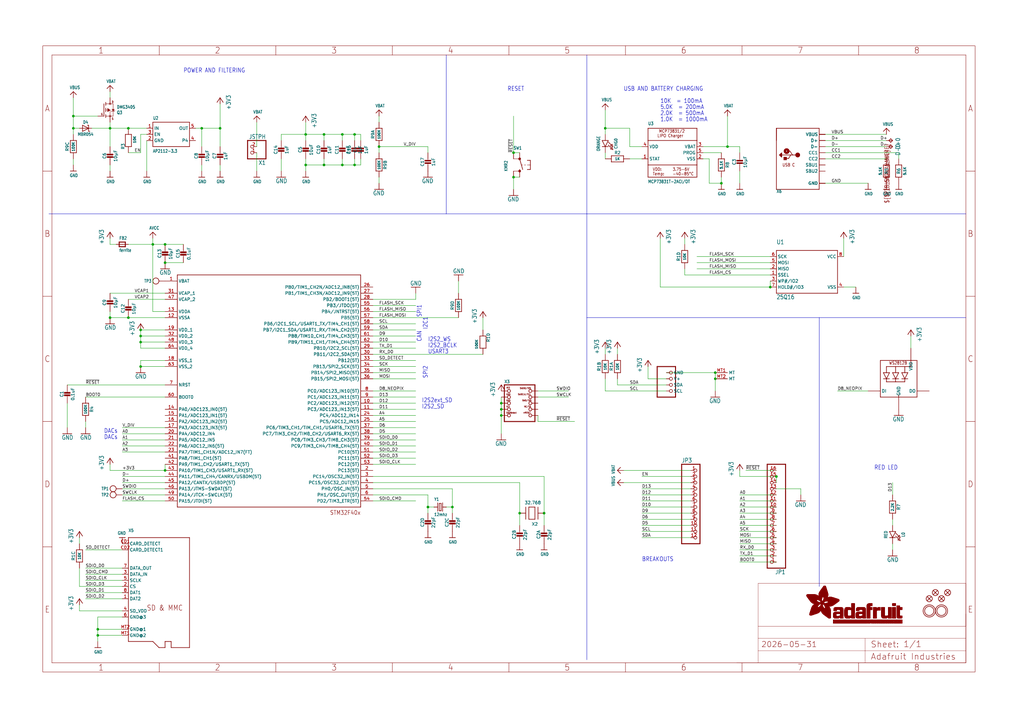
<source format=kicad_sch>
(kicad_sch (version 20230121) (generator eeschema)
  (paper "User" 425.45 298.602)
  (lib_symbols
    (symbol "Adafruit Feather STM32F405 Express-eagle-import:+3V3" (power)
      (property "Value" "+3V3" (at -2.54 -5.08 90))
      (symbol "+3V3_1_0"
        (pin power_in line (at 0 -2.54 90) (length 2.54) (name "+3V3") (number "1"))
      )
    )
    (symbol "Adafruit Feather STM32F405 Express-eagle-import:AVCC" (power)
      (property "Value" "AVCC" (at -1.524 1.016 0))
      (symbol "AVCC_1_0"
        (pin power_in line (at 0 -2.54 90) (length 2.54) (name "AVCC") (number "1"))
      )
    )
    (symbol "Adafruit Feather STM32F405 Express-eagle-import:CAP_4PACK1206"
      (property "Reference" "C" (at -2.29 1.25 90))
      (symbol "CAP_4PACK1206_1_0"
        (pin passive line (at 0 5.08 270) (length 2.54) (name "1") (number "4"))
        (pin passive line (at 0 -2.54 90) (length 2.54) (name "2") (number "5"))
      )
      (symbol "CAP_4PACK1206_2_0"
        (pin passive line (at 0 5.08 270) (length 2.54) (name "1") (number "3"))
        (pin passive line (at 0 -2.54 90) (length 2.54) (name "2") (number "6"))
      )
      (symbol "CAP_4PACK1206_3_0"
        (pin passive line (at 0 5.08 270) (length 2.54) (name "1") (number "2"))
        (pin passive line (at 0 -2.54 90) (length 2.54) (name "2") (number "7"))
      )
      (symbol "CAP_4PACK1206_4_0"
        (pin passive line (at 0 5.08 270) (length 2.54) (name "1") (number "1"))
        (pin passive line (at 0 -2.54 90) (length 2.54) (name "2") (number "8"))
      )
    )
    (symbol "Adafruit Feather STM32F405 Express-eagle-import:CAP_CERAMIC0603_NO"
      (property "Reference" "C" (at -2.29 1.25 90))
      (symbol "CAP_CERAMIC0603_NO_1_0"
        (pin passive line (at 0 5.08 270) (length 2.54) (name "1") (number "1"))
        (pin passive line (at 0 -2.54 90) (length 2.54) (name "2") (number "2"))
      )
    )
    (symbol "Adafruit Feather STM32F405 Express-eagle-import:CAP_CERAMIC0805-NOOUTLINE"
      (property "Reference" "C" (at -2.29 1.25 90))
      (symbol "CAP_CERAMIC0805-NOOUTLINE_1_0"
        (pin passive line (at 0 5.08 270) (length 2.54) (name "1") (number "1"))
        (pin passive line (at 0 -2.54 90) (length 2.54) (name "2") (number "2"))
      )
    )
    (symbol "Adafruit Feather STM32F405 Express-eagle-import:CON_JST_PH_2PIN"
      (property "Reference" "X" (at -6.35 5.715 0))
      (symbol "CON_JST_PH_2PIN_1_0"
        (pin passive inverted (at -2.54 2.54 0) (length 2.54) (name "1") (number "1"))
        (pin passive inverted (at -2.54 0 0) (length 2.54) (name "2") (number "2"))
      )
    )
    (symbol "Adafruit Feather STM32F405 Express-eagle-import:CRYSTAL2.5X2.0"
      (property "Reference" "Y" (at -2.54 2.54 0))
      (symbol "CRYSTAL2.5X2.0_1_0"
        (pin passive line (at -2.54 0 0) (length 0) (name "1") (number "1"))
        (pin passive line (at 2.54 0 180) (length 0) (name "2") (number "3"))
      )
    )
    (symbol "Adafruit Feather STM32F405 Express-eagle-import:DIODE-SCHOTTKYSOD-123"
      (property "Reference" "D" (at 0 2.54 0))
      (symbol "DIODE-SCHOTTKYSOD-123_1_0"
        (pin passive line (at -2.54 0 0) (length 2.54) (name "A") (number "A"))
        (pin passive line (at 2.54 0 180) (length 2.54) (name "C") (number "C"))
      )
    )
    (symbol "Adafruit Feather STM32F405 Express-eagle-import:FERRITE-0805NO"
      (property "Reference" "FB" (at -1.27 1.905 0))
      (symbol "FERRITE-0805NO_1_0"
        (pin passive line (at -2.54 0 0) (length 2.54) (name "P$1") (number "1"))
        (pin passive line (at 2.54 0 180) (length 2.54) (name "P$2") (number "2"))
      )
    )
    (symbol "Adafruit Feather STM32F405 Express-eagle-import:FIDUCIAL_1MM")
    (symbol "Adafruit Feather STM32F405 Express-eagle-import:FRAME_A3_ADAFRUIT"
      (symbol "FRAME_A3_ADAFRUIT_1_0"
        (text "${#}/${##}" (at 357.505 10.16 0) (effects (font (size 2.54 2.54)) (justify left bottom)))
        (text "${CURRENT_DATE}" (at 298.45 10.16 0) (effects (font (size 2.286 2.286)) (justify left bottom)))
        (text "${PROJECTNAME}" (at 298.45 15.24 0) (effects (font (size 2.54 2.54)) (justify left bottom)))
        (text "1" (at 24.2094 1.905 0) (effects (font (size 2.54 2.286))))
        (text "1" (at 24.2094 258.445 0) (effects (font (size 2.54 2.286))))
        (text "2" (at 72.6281 1.905 0) (effects (font (size 2.54 2.286))))
        (text "2" (at 72.6281 258.445 0) (effects (font (size 2.54 2.286))))
        (text "3" (at 121.0469 1.905 0) (effects (font (size 2.54 2.286))))
        (text "3" (at 121.0469 258.445 0) (effects (font (size 2.54 2.286))))
        (text "4" (at 169.4656 1.905 0) (effects (font (size 2.54 2.286))))
        (text "4" (at 169.4656 258.445 0) (effects (font (size 2.54 2.286))))
        (text "5" (at 217.8844 1.905 0) (effects (font (size 2.54 2.286))))
        (text "5" (at 217.8844 258.445 0) (effects (font (size 2.54 2.286))))
        (text "6" (at 266.3031 1.905 0) (effects (font (size 2.54 2.286))))
        (text "6" (at 266.3031 258.445 0) (effects (font (size 2.54 2.286))))
        (text "7" (at 314.7219 1.905 0) (effects (font (size 2.54 2.286))))
        (text "7" (at 314.7219 258.445 0) (effects (font (size 2.54 2.286))))
        (text "8" (at 363.1406 1.905 0) (effects (font (size 2.54 2.286))))
        (text "8" (at 363.1406 258.445 0) (effects (font (size 2.54 2.286))))
        (text "A" (at 1.905 234.315 0) (effects (font (size 2.54 2.286))))
        (text "A" (at 385.445 234.315 0) (effects (font (size 2.54 2.286))))
        (text "Adafruit Industries" (at 343.916 4.953 0) (effects (font (size 2.54 2.54)) (justify left bottom)))
        (text "B" (at 1.905 182.245 0) (effects (font (size 2.54 2.286))))
        (text "B" (at 385.445 182.245 0) (effects (font (size 2.54 2.286))))
        (text "C" (at 1.905 130.175 0) (effects (font (size 2.54 2.286))))
        (text "C" (at 385.445 130.175 0) (effects (font (size 2.54 2.286))))
        (text "D" (at 1.905 78.105 0) (effects (font (size 2.54 2.286))))
        (text "D" (at 385.445 78.105 0) (effects (font (size 2.54 2.286))))
        (text "E" (at 1.905 26.035 0) (effects (font (size 2.54 2.286))))
        (text "E" (at 385.445 26.035 0) (effects (font (size 2.54 2.286))))
        (text "Sheet:" (at 343.916 10.033 0) (effects (font (size 2.54 2.54)) (justify left bottom)))
      )
    )
    (symbol "Adafruit Feather STM32F405 Express-eagle-import:GND" (power)
      (property "Value" "GND" (at -1.524 -2.54 0))
      (symbol "GND_1_0"
        (pin power_in line (at 0 2.54 270) (length 2.54) (name "GND") (number "1"))
      )
    )
    (symbol "Adafruit Feather STM32F405 Express-eagle-import:HEADER-1X12"
      (property "Reference" "JP" (at -6.35 18.415 0))
      (symbol "HEADER-1X12_1_0"
        (pin passive inverted (at -2.54 15.24 0) (length 2.54) (name "1") (number "1"))
        (pin passive inverted (at -2.54 -7.62 0) (length 2.54) (name "10") (number "10"))
        (pin passive inverted (at -2.54 -10.16 0) (length 2.54) (name "11") (number "11"))
        (pin passive inverted (at -2.54 -12.7 0) (length 2.54) (name "12") (number "12"))
        (pin passive inverted (at -2.54 12.7 0) (length 2.54) (name "2") (number "2"))
        (pin passive inverted (at -2.54 10.16 0) (length 2.54) (name "3") (number "3"))
        (pin passive inverted (at -2.54 7.62 0) (length 2.54) (name "4") (number "4"))
        (pin passive inverted (at -2.54 5.08 0) (length 2.54) (name "5") (number "5"))
        (pin passive inverted (at -2.54 2.54 0) (length 2.54) (name "6") (number "6"))
        (pin passive inverted (at -2.54 0 0) (length 2.54) (name "7") (number "7"))
        (pin passive inverted (at -2.54 -2.54 0) (length 2.54) (name "8") (number "8"))
        (pin passive inverted (at -2.54 -5.08 0) (length 2.54) (name "9") (number "9"))
      )
    )
    (symbol "Adafruit Feather STM32F405 Express-eagle-import:HEADER-1X16ROUND"
      (property "Reference" "JP" (at -6.35 20.955 0))
      (symbol "HEADER-1X16ROUND_1_0"
        (pin passive inverted (at -2.54 17.78 0) (length 2.54) (name "1") (number "1"))
        (pin passive inverted (at -2.54 -5.08 0) (length 2.54) (name "10") (number "10"))
        (pin passive inverted (at -2.54 -7.62 0) (length 2.54) (name "11") (number "11"))
        (pin passive inverted (at -2.54 -10.16 0) (length 2.54) (name "12") (number "12"))
        (pin passive inverted (at -2.54 -12.7 0) (length 2.54) (name "13") (number "13"))
        (pin passive inverted (at -2.54 -15.24 0) (length 2.54) (name "14") (number "14"))
        (pin passive inverted (at -2.54 -17.78 0) (length 2.54) (name "15") (number "15"))
        (pin passive inverted (at -2.54 -20.32 0) (length 2.54) (name "16") (number "16"))
        (pin passive inverted (at -2.54 15.24 0) (length 2.54) (name "2") (number "2"))
        (pin passive inverted (at -2.54 12.7 0) (length 2.54) (name "3") (number "3"))
        (pin passive inverted (at -2.54 10.16 0) (length 2.54) (name "4") (number "4"))
        (pin passive inverted (at -2.54 7.62 0) (length 2.54) (name "5") (number "5"))
        (pin passive inverted (at -2.54 5.08 0) (length 2.54) (name "6") (number "6"))
        (pin passive inverted (at -2.54 2.54 0) (length 2.54) (name "7") (number "7"))
        (pin passive inverted (at -2.54 0 0) (length 2.54) (name "8") (number "8"))
        (pin passive inverted (at -2.54 -2.54 0) (length 2.54) (name "9") (number "9"))
      )
    )
    (symbol "Adafruit Feather STM32F405 Express-eagle-import:JTAG-CORTEX"
      (property "Reference" "X" (at -6.35 8.255 0))
      (symbol "JTAG-CORTEX_1_0"
        (text "GND" (at -5.588 0.762 0) (effects (font (size 0.635 0.5397)) (justify left bottom)))
        (text "GND" (at -5.588 3.302 0) (effects (font (size 0.635 0.5397)) (justify left bottom)))
        (text "GNDDetect" (at -5.588 -4.318 0) (effects (font (size 0.635 0.5397)) (justify left bottom)))
        (text "KEY" (at -5.588 -1.778 0) (effects (font (size 0.635 0.5397)) (justify left bottom)))
        (text "NC/TDI" (at 1.778 -1.778 0) (effects (font (size 0.635 0.5397)) (justify left bottom)))
        (text "nRESET" (at 1.524 -4.318 0) (effects (font (size 0.635 0.5397)) (justify left bottom)))
        (text "SWDCLK/TCK" (at -0.762 3.302 0) (effects (font (size 0.635 0.5397)) (justify left bottom)))
        (text "SWDIO/TMS" (at 0 5.842 0) (effects (font (size 0.635 0.5397)) (justify left bottom)))
        (text "SWO/TDO" (at 1.016 0.762 0) (effects (font (size 0.635 0.5397)) (justify left bottom)))
        (text "VCC" (at -5.588 6.096 0) (effects (font (size 0.635 0.5397)) (justify left bottom)))
        (pin power_in line (at -7.62 5.08 0) (length 2.54) (name "VCC") (number "1"))
        (pin bidirectional line (at 7.62 -5.08 180) (length 2.54) (name "NRESET") (number "10"))
        (pin bidirectional line (at 7.62 5.08 180) (length 2.54) (name "SWDIO") (number "2"))
        (pin power_in line (at -7.62 2.54 0) (length 2.54) (name "GND@1") (number "3"))
        (pin bidirectional line (at 7.62 2.54 180) (length 2.54) (name "SWDCLK") (number "4"))
        (pin power_in line (at -7.62 0 0) (length 2.54) (name "GND@2") (number "5"))
        (pin bidirectional line (at 7.62 0 180) (length 2.54) (name "SWO") (number "6"))
        (pin bidirectional line (at -7.62 -2.54 0) (length 2.54) (name "KEY") (number "7"))
        (pin bidirectional line (at 7.62 -2.54 180) (length 2.54) (name "TDI") (number "8"))
        (pin bidirectional line (at -7.62 -5.08 0) (length 2.54) (name "GNDDETECT") (number "9"))
      )
    )
    (symbol "Adafruit Feather STM32F405 Express-eagle-import:LED0805_NOOUTLINE"
      (property "Reference" "D" (at -1.27 4.445 0))
      (symbol "LED0805_NOOUTLINE_1_0"
        (pin passive line (at -5.08 0 0) (length 2.54) (name "A") (number "A"))
        (pin passive line (at 2.54 0 180) (length 2.54) (name "C") (number "C"))
      )
    )
    (symbol "Adafruit Feather STM32F405 Express-eagle-import:MCP73831/2"
      (property "Reference" "U" (at -10.16 11.43 0))
      (symbol "MCP73831/2_1_0"
        (text "-40-85°C" (at 0 -9.525 0) (effects (font (size 1.27 1.0795)) (justify left bottom)))
        (text "3.75-6V" (at 0 -7.62 0) (effects (font (size 1.27 1.0795)) (justify left bottom)))
        (text "LIPO Charger" (at -6.35 6.35 0) (effects (font (size 1.27 1.0795)) (justify left bottom)))
        (text "MCP73831/2" (at -5.715 8.255 0) (effects (font (size 1.27 1.0795)) (justify left bottom)))
        (text "Temp:" (at -8.255 -9.525 0) (effects (font (size 1.27 1.0795)) (justify left bottom)))
        (text "VDD:" (at -8.255 -7.62 0) (effects (font (size 1.27 1.0795)) (justify left bottom)))
        (pin output line (at -12.7 -2.54 0) (length 2.54) (name "STAT") (number "1"))
        (pin power_in line (at 12.7 -2.54 180) (length 2.54) (name "VSS") (number "2"))
        (pin power_in line (at 12.7 2.54 180) (length 2.54) (name "VBAT") (number "3"))
        (pin power_in line (at -12.7 2.54 0) (length 2.54) (name "VDD") (number "4"))
        (pin input line (at 12.7 0 180) (length 2.54) (name "PROG") (number "5"))
      )
    )
    (symbol "Adafruit Feather STM32F405 Express-eagle-import:MICROSD"
      (property "Reference" "X" (at -12.7 22.606 0))
      (symbol "MICROSD_1_0"
        (text "SD & MMC" (at -5.08 -10.16 0) (effects (font (size 2.1844 1.8567)) (justify left bottom)))
        (pin bidirectional line (at -15.24 -5.08 0) (length 2.54) (name "DAT2") (number "1"))
        (pin input line (at -15.24 0 0) (length 2.54) (name "CS") (number "2"))
        (pin input line (at -15.24 5.08 0) (length 2.54) (name "DATA_IN") (number "3"))
        (pin power_in line (at -15.24 -10.16 0) (length 2.54) (name "SD_VDD") (number "4"))
        (pin input line (at -15.24 2.54 0) (length 2.54) (name "SCLK") (number "5"))
        (pin power_in line (at -15.24 -12.7 0) (length 2.54) (name "GND@3") (number "6"))
        (pin output line (at -15.24 7.62 0) (length 2.54) (name "DATA_OUT") (number "7"))
        (pin bidirectional line (at -15.24 -2.54 0) (length 2.54) (name "DAT1") (number "8"))
        (pin passive line (at -15.24 17.78 0) (length 2.54) (name "CARD_DETECT") (number "CD1"))
        (pin passive line (at -15.24 15.24 0) (length 2.54) (name "CARD_DETECT1") (number "CD2"))
        (pin power_in line (at -15.24 -20.32 0) (length 2.54) (name "GND@2") (number "MT1"))
        (pin power_in line (at -15.24 -17.78 0) (length 2.54) (name "GND@1") (number "MT2"))
      )
    )
    (symbol "Adafruit Feather STM32F405 Express-eagle-import:MOSFET-P"
      (property "Reference" "Q" (at 2.794 0.381 0))
      (symbol "MOSFET-P_1_0"
        (text "D" (at 0.635 -3.81 0) (effects (font (size 0.8128 0.6908)) (justify left bottom)))
        (text "G" (at -3.81 1.27 0) (effects (font (size 0.8128 0.6908)) (justify left bottom)))
        (text "S" (at 0.635 3.175 0) (effects (font (size 0.8128 0.6908)) (justify left bottom)))
        (pin passive line (at -5.08 2.54 0) (length 2.54) (name "G") (number "1"))
        (pin passive line (at 0 5.08 270) (length 2.54) (name "S") (number "2"))
        (pin passive line (at 0 -5.08 90) (length 2.54) (name "D") (number "3"))
      )
    )
    (symbol "Adafruit Feather STM32F405 Express-eagle-import:MOUNTINGHOLE2.5")
    (symbol "Adafruit Feather STM32F405 Express-eagle-import:RESISTOR_0603_NOOUT"
      (property "Reference" "R" (at 0 2.54 0))
      (symbol "RESISTOR_0603_NOOUT_1_0"
        (pin passive line (at -5.08 0 0) (length 2.54) (name "1") (number "1"))
        (pin passive line (at 5.08 0 180) (length 2.54) (name "2") (number "2"))
      )
    )
    (symbol "Adafruit Feather STM32F405 Express-eagle-import:RESISTOR_4PACK_NO"
      (property "Reference" "R" (at 0 2.54 0))
      (symbol "RESISTOR_4PACK_NO_1_0"
        (pin passive line (at -5.08 0 0) (length 2.54) (name "1") (number "1"))
        (pin passive line (at 5.08 0 180) (length 2.54) (name "2") (number "8"))
      )
      (symbol "RESISTOR_4PACK_NO_2_0"
        (pin passive line (at -5.08 0 0) (length 2.54) (name "1") (number "2"))
        (pin passive line (at 5.08 0 180) (length 2.54) (name "2") (number "7"))
      )
      (symbol "RESISTOR_4PACK_NO_3_0"
        (pin passive line (at -5.08 0 0) (length 2.54) (name "1") (number "3"))
        (pin passive line (at 5.08 0 180) (length 2.54) (name "2") (number "6"))
      )
      (symbol "RESISTOR_4PACK_NO_4_0"
        (pin passive line (at -5.08 0 0) (length 2.54) (name "1") (number "4"))
        (pin passive line (at 5.08 0 180) (length 2.54) (name "2") (number "5"))
      )
    )
    (symbol "Adafruit Feather STM32F405 Express-eagle-import:SPIFLASH_8PIN"
      (property "Reference" "U" (at -12.7 12.7 0))
      (symbol "SPIFLASH_8PIN_1_0"
        (pin bidirectional line (at -15.24 0 0) (length 2.54) (name "SSEL") (number "1"))
        (pin bidirectional line (at -15.24 2.54 0) (length 2.54) (name "MISO") (number "2"))
        (pin bidirectional line (at -15.24 -2.54 0) (length 2.54) (name "WP#/IO2") (number "3"))
        (pin bidirectional line (at 15.24 -5.08 180) (length 2.54) (name "VSS") (number "4"))
        (pin bidirectional line (at -15.24 5.08 0) (length 2.54) (name "MOSI") (number "5"))
        (pin bidirectional line (at -15.24 7.62 0) (length 2.54) (name "SCK") (number "6"))
        (pin bidirectional line (at -15.24 -5.08 0) (length 2.54) (name "HOLD#/IO3") (number "7"))
        (pin bidirectional line (at 15.24 7.62 180) (length 2.54) (name "VCC") (number "8"))
      )
    )
    (symbol "Adafruit Feather STM32F405 Express-eagle-import:STEMMA_I2C_QT"
      (symbol "STEMMA_I2C_QT_1_0"
        (pin passive inverted (at 0 5.08 0) (length 2.54) (name "GND") (number "1"))
        (pin passive inverted (at 0 2.54 0) (length 2.54) (name "V+") (number "2"))
        (pin passive inverted (at 0 0 0) (length 2.54) (name "SDA") (number "3"))
        (pin passive inverted (at 0 -2.54 0) (length 2.54) (name "SCL") (number "4"))
      )
      (symbol "STEMMA_I2C_QT_2_0"
        (pin bidirectional line (at 0 0 0) (length 5.08) (name "MT") (number "MT1"))
      )
      (symbol "STEMMA_I2C_QT_3_0"
        (pin bidirectional line (at 0 0 0) (length 5.08) (name "MT") (number "MT2"))
      )
    )
    (symbol "Adafruit Feather STM32F405 Express-eagle-import:STM32F405R"
      (symbol "STM32F405R_1_0"
        (text "STM32F40x" (at 38.1 -49.53 0) (effects (font (size 1.778 1.5113)) (justify right top)))
        (pin bidirectional line (at -43.18 45.72 0) (length 5.08) (name "VBAT") (number "1"))
        (pin bidirectional line (at 43.18 -5.08 180) (length 5.08) (name "PC2/ADC123_IN12(5T)") (number "10"))
        (pin bidirectional line (at 43.18 -7.62 180) (length 5.08) (name "PC3/ADC123_IN13(5T)") (number "11"))
        (pin bidirectional line (at -43.18 30.48 0) (length 5.08) (name "VSSA") (number "12"))
        (pin bidirectional line (at -43.18 33.02 0) (length 5.08) (name "VDDA") (number "13"))
        (pin bidirectional line (at -43.18 -7.62 0) (length 5.08) (name "PA0/ADC123_IN0(5T)") (number "14"))
        (pin bidirectional line (at -43.18 -10.16 0) (length 5.08) (name "PA1/ADC123_IN1(5T)") (number "15"))
        (pin bidirectional line (at -43.18 -12.7 0) (length 5.08) (name "PA2/ADC123_IN2(5T)") (number "16"))
        (pin bidirectional line (at -43.18 -15.24 0) (length 5.08) (name "PA3/ADC123_IN3(5T)") (number "17"))
        (pin bidirectional line (at -43.18 12.7 0) (length 5.08) (name "VSS_1") (number "18"))
        (pin bidirectional line (at -43.18 25.4 0) (length 5.08) (name "VDD_1") (number "19"))
        (pin bidirectional line (at 43.18 -33.02 180) (length 5.08) (name "PC13(5T)") (number "2"))
        (pin bidirectional line (at -43.18 -17.78 0) (length 5.08) (name "PA4/ADC12_IN4") (number "20"))
        (pin bidirectional line (at -43.18 -20.32 0) (length 5.08) (name "PA5/ADC12_IN5") (number "21"))
        (pin bidirectional line (at -43.18 -22.86 0) (length 5.08) (name "PA6/ADC12_IN6(5T)") (number "22"))
        (pin bidirectional line (at -43.18 -25.4 0) (length 5.08) (name "PA7/TIM1_CH1N/ADC12_IN7(FT)") (number "23"))
        (pin bidirectional line (at 43.18 -10.16 180) (length 5.08) (name "PC4/ADC12_IN14") (number "24"))
        (pin bidirectional line (at 43.18 -12.7 180) (length 5.08) (name "PC5/ADC12_IN15") (number "25"))
        (pin bidirectional line (at 43.18 43.18 180) (length 5.08) (name "PB0/TIM1_CH2N/ADC12_IN8(5T)") (number "26"))
        (pin bidirectional line (at 43.18 40.64 180) (length 5.08) (name "PB1/TIM1_CH3N/ADC12_IN9(5T)") (number "27"))
        (pin bidirectional line (at 43.18 38.1 180) (length 5.08) (name "PB2/BOOT1(5T)") (number "28"))
        (pin bidirectional line (at 43.18 17.78 180) (length 5.08) (name "PB10/I2C2_SCL(5T)") (number "29"))
        (pin bidirectional line (at 43.18 -35.56 180) (length 5.08) (name "PC14/OSC32_IN(5T)") (number "3"))
        (pin bidirectional line (at 43.18 15.24 180) (length 5.08) (name "PB11/I2C2_SDA(5T)") (number "30"))
        (pin bidirectional line (at -43.18 40.64 0) (length 5.08) (name "VCAP_1") (number "31"))
        (pin bidirectional line (at -43.18 22.86 0) (length 5.08) (name "VDD_2") (number "32"))
        (pin bidirectional line (at 43.18 12.7 180) (length 5.08) (name "PB12(5T)") (number "33"))
        (pin bidirectional line (at 43.18 10.16 180) (length 5.08) (name "PB13/SPI2_SCK(5T)") (number "34"))
        (pin bidirectional line (at 43.18 7.62 180) (length 5.08) (name "PB14/SPI2_MISO(5T)") (number "35"))
        (pin bidirectional line (at 43.18 5.08 180) (length 5.08) (name "PB15/SPI2_MOSI(5T)") (number "36"))
        (pin bidirectional line (at 43.18 -15.24 180) (length 5.08) (name "PC6/TIM3_CH1/TIM_CH1/USART6_TX(5T)") (number "37"))
        (pin bidirectional line (at 43.18 -17.78 180) (length 5.08) (name "PC7/TIM3_CH2/TIM8_CH2/USART6_RX(5T)") (number "38"))
        (pin bidirectional line (at 43.18 -20.32 180) (length 5.08) (name "PC8/TIM3_CH3/TIM8_CH3(5T)") (number "39"))
        (pin bidirectional line (at 43.18 -38.1 180) (length 5.08) (name "PC15/OSC32_OUT(5T)") (number "4"))
        (pin bidirectional line (at 43.18 -22.86 180) (length 5.08) (name "PC9/TIM3_CH4/TIM8_CH4(5T)") (number "40"))
        (pin bidirectional line (at -43.18 -27.94 0) (length 5.08) (name "PA8/TIM1_CH1(5T)") (number "41"))
        (pin bidirectional line (at -43.18 -30.48 0) (length 5.08) (name "PA9/TIM1_CH2/USART1_TX(5T)") (number "42"))
        (pin bidirectional line (at -43.18 -33.02 0) (length 5.08) (name "PA10/TIM1_CH3/USART1_RX(5T)") (number "43"))
        (pin bidirectional line (at -43.18 -35.56 0) (length 5.08) (name "PA11/TIM1_CH4/CANRX/USBDM(5T)") (number "44"))
        (pin bidirectional line (at -43.18 -38.1 0) (length 5.08) (name "PA12/CANTX/USBDP(5T)") (number "45"))
        (pin bidirectional line (at -43.18 -40.64 0) (length 5.08) (name "PA13/JTMS-SWDAT(5T)") (number "46"))
        (pin bidirectional line (at -43.18 38.1 0) (length 5.08) (name "VCAP_2") (number "47"))
        (pin bidirectional line (at -43.18 20.32 0) (length 5.08) (name "VDD_3") (number "48"))
        (pin bidirectional line (at -43.18 -43.18 0) (length 5.08) (name "PA14/JTCK-SWCLK(5T)") (number "49"))
        (pin bidirectional line (at 43.18 -40.64 180) (length 5.08) (name "PH0/OSC_IN(5T)") (number "5"))
        (pin bidirectional line (at -43.18 -45.72 0) (length 5.08) (name "PA15/JTDI(5T)") (number "50"))
        (pin bidirectional line (at 43.18 -25.4 180) (length 5.08) (name "PC10(5T)") (number "51"))
        (pin bidirectional line (at 43.18 -27.94 180) (length 5.08) (name "PC11(5T)") (number "52"))
        (pin bidirectional line (at 43.18 -30.48 180) (length 5.08) (name "PC12(5T)") (number "53"))
        (pin bidirectional line (at 43.18 -45.72 180) (length 5.08) (name "PD2/TIM3_ETR(5T)") (number "54"))
        (pin bidirectional line (at 43.18 35.56 180) (length 5.08) (name "PB3/JTDO(5T)") (number "55"))
        (pin bidirectional line (at 43.18 33.02 180) (length 5.08) (name "PB4/JNTRST(5T)") (number "56"))
        (pin bidirectional line (at 43.18 30.48 180) (length 5.08) (name "PB5(5T)") (number "57"))
        (pin bidirectional line (at 43.18 27.94 180) (length 5.08) (name "PB6/I2C1_SCL/USART1_TX/TIM4_CH1(5T)") (number "58"))
        (pin bidirectional line (at 43.18 25.4 180) (length 5.08) (name "PB7/I2C1_SDA/USART1_RX/TIM4_CH2(5T)") (number "59"))
        (pin bidirectional line (at 43.18 -43.18 180) (length 5.08) (name "PH1/OSC_OUT(5T)") (number "6"))
        (pin bidirectional line (at -43.18 -2.54 0) (length 5.08) (name "BOOT0") (number "60"))
        (pin bidirectional line (at 43.18 22.86 180) (length 5.08) (name "PB8/TIM10_CH1/TIM4_CH3(5T)") (number "61"))
        (pin bidirectional line (at 43.18 20.32 180) (length 5.08) (name "PB9/TIM11_CH1/TIM4_CH4(5T)") (number "62"))
        (pin bidirectional line (at -43.18 10.16 0) (length 5.08) (name "VSS_2") (number "63"))
        (pin bidirectional line (at -43.18 17.78 0) (length 5.08) (name "VDD_4") (number "64"))
        (pin bidirectional line (at -43.18 2.54 0) (length 5.08) (name "NRST") (number "7"))
        (pin bidirectional line (at 43.18 0 180) (length 5.08) (name "PC0/ADC123_IN10(5T)") (number "8"))
        (pin bidirectional line (at 43.18 -2.54 180) (length 5.08) (name "PC1/ADC123_IN11(5T)") (number "9"))
      )
    )
    (symbol "Adafruit Feather STM32F405 Express-eagle-import:SWITCH_TACT_SMT4.6X2.8"
      (property "Reference" "SW" (at -2.54 6.35 0))
      (symbol "SWITCH_TACT_SMT4.6X2.8_1_0"
        (pin passive line (at -5.08 0 0) (length 2.54) (name "P") (number "A"))
        (pin passive line (at -5.08 -2.54 0) (length 2.54) (name "P1") (number "A'"))
        (pin passive line (at 5.08 0 180) (length 2.54) (name "S") (number "B"))
        (pin passive line (at 5.08 -2.54 180) (length 2.54) (name "S1") (number "B'"))
      )
    )
    (symbol "Adafruit Feather STM32F405 Express-eagle-import:TESTPOINTROUND1.5MM"
      (property "Reference" "TP" (at 0 5.588 90))
      (symbol "TESTPOINTROUND1.5MM_1_0"
        (pin bidirectional line (at 0 0 90) (length 2.54) (name "P$1") (number "P$1"))
      )
    )
    (symbol "Adafruit Feather STM32F405 Express-eagle-import:TPB1,27"
      (property "Reference" "TP" (at -1.27 1.27 0))
      (symbol "TPB1,27_1_0"
        (text "${TP_SIGNAL_NAME}" (at 1.27 -1.27 0) (effects (font (size 1.778 1.5113)) (justify left bottom)))
        (pin input line (at 0 -2.54 90) (length 2.54) (name "TP") (number "TP"))
      )
    )
    (symbol "Adafruit Feather STM32F405 Express-eagle-import:USB_C"
      (property "Reference" "X" (at -10.16 13.716 0))
      (symbol "USB_C_1_0"
        (text "USB C" (at -5.08 -2.54 0) (effects (font (size 1.27 1.0795))))
        (pin power_in line (at 10.16 -10.16 180) (length 2.54) (name "GND") (number "A1B12"))
        (pin power_in line (at 10.16 10.16 180) (length 2.54) (name "VBUS") (number "A4B9"))
        (pin bidirectional line (at 10.16 2.54 180) (length 2.54) (name "CC1") (number "A5"))
        (pin bidirectional line (at 10.16 7.62 180) (length 2.54) (name "D+") (number "A6"))
        (pin bidirectional line (at 10.16 5.08 180) (length 2.54) (name "D-") (number "A7"))
        (pin bidirectional line (at 10.16 -2.54 180) (length 2.54) (name "SBU1") (number "A8"))
        (pin power_in line (at 10.16 -10.16 180) (length 2.54) (name "GND") (number "B1A12"))
        (pin power_in line (at 10.16 10.16 180) (length 2.54) (name "VBUS") (number "B4A9"))
        (pin bidirectional line (at 10.16 0 180) (length 2.54) (name "CC2") (number "B5"))
        (pin bidirectional line (at 10.16 7.62 180) (length 2.54) (name "D+") (number "B6"))
        (pin bidirectional line (at 10.16 5.08 180) (length 2.54) (name "D-") (number "B7"))
        (pin bidirectional line (at 10.16 -5.08 180) (length 2.54) (name "SBU2") (number "B8"))
      )
    )
    (symbol "Adafruit Feather STM32F405 Express-eagle-import:VBAT" (power)
      (property "Value" "VBAT" (at -1.524 1.016 0))
      (symbol "VBAT_1_0"
        (pin power_in line (at 0 -2.54 90) (length 2.54) (name "VBAT") (number "1"))
      )
    )
    (symbol "Adafruit Feather STM32F405 Express-eagle-import:VBUS" (power)
      (property "Value" "VBUS" (at -1.524 1.016 0))
      (symbol "VBUS_1_0"
        (pin power_in line (at 0 -2.54 90) (length 2.54) (name "VBUS") (number "1"))
      )
    )
    (symbol "Adafruit Feather STM32F405 Express-eagle-import:VREG_SOT23-5"
      (property "Reference" "U" (at -7.62 6.096 0))
      (symbol "VREG_SOT23-5_1_0"
        (pin power_in line (at -10.16 2.54 0) (length 2.54) (name "IN") (number "1"))
        (pin power_in line (at -10.16 -2.54 0) (length 2.54) (name "GND") (number "2"))
        (pin input line (at -10.16 0 0) (length 2.54) (name "EN") (number "3"))
        (pin bidirectional line (at 10.16 -2.54 180) (length 2.54) (name "P4") (number "4"))
        (pin power_in line (at 10.16 2.54 180) (length 2.54) (name "OUT") (number "5"))
      )
    )
    (symbol "Adafruit Feather STM32F405 Express-eagle-import:WS2812B3535"
      (symbol "WS2812B3535_1_0"
        (text "WS2812B" (at -4.064 8.382 0) (effects (font (size 1.27 1.0795)) (justify left bottom)))
        (pin input line (at -12.7 -2.54 0) (length 5.08) (name "DI") (number "1"))
        (pin power_in line (at 5.08 15.24 270) (length 5.08) (name "VDD") (number "2"))
        (pin output line (at 12.7 -2.54 180) (length 5.08) (name "DO") (number "3"))
        (pin power_in line (at 0 -10.16 90) (length 5.08) (name "GND") (number "4"))
      )
    )
    (symbol "Adafruit Feather STM32F405 Express-eagle-import:XTAL-3.2X1.5"
      (property "Reference" "X" (at -2.54 3.81 0))
      (symbol "XTAL-3.2X1.5_1_0"
        (pin bidirectional line (at -5.08 0 0) (length 2.54) (name "P$1") (number "P$1"))
        (pin bidirectional line (at 5.08 0 180) (length 2.54) (name "P$2") (number "P$2"))
      )
    )
    (symbol "Adafruit Feather STM32F405 Express-eagle-import:supply1_GND" (power)
      (property "Value" "supply1_GND" (at -2.54 -2.54 0))
      (symbol "supply1_GND_1_0"
        (pin power_in line (at 0 2.54 270) (length 2.54) (name "GND") (number "1"))
      )
    )
  )
  (junction (at 147.32 68.58))
  (junction (at 68.58 109.22))
  (junction (at 91.44 53.34))
  (junction (at 58.42 142.24))
  (junction (at 213.36 63.5))
  (junction (at 127 55.88))
  (junction (at 226.06 213.36))
  (junction (at 320.04 119.38))
  (junction (at 45.72 53.34))
  (junction (at 187.96 210.82))
  (junction (at 297.18 157.48))
  (junction (at 127 68.58))
  (junction (at 68.58 101.6))
  (junction (at 134.62 55.88))
  (junction (at 58.42 152.4))
  (junction (at 147.32 55.88))
  (junction (at 177.8 210.82))
  (junction (at 322.58 198.12))
  (junction (at 302.26 60.96))
  (junction (at 45.72 132.08))
  (junction (at 83.82 53.34))
  (junction (at 58.42 137.16))
  (junction (at 215.9 213.36))
  (junction (at 53.34 53.34))
  (junction (at 142.24 55.88))
  (junction (at 213.36 73.66))
  (junction (at 208.28 167.64))
  (junction (at 208.28 172.72))
  (junction (at 68.58 195.58))
  (junction (at 53.34 132.08))
  (junction (at 58.42 139.7))
  (junction (at 157.48 60.96))
  (junction (at 63.5 101.6))
  (junction (at 251.46 53.34))
  (junction (at 40.64 264.16))
  (junction (at 40.64 261.62))
  (junction (at 134.62 68.58))
  (junction (at 299.72 76.2))
  (junction (at 208.28 170.18))
  (junction (at 297.18 154.94))
  (junction (at 142.24 68.58))
  (junction (at 30.48 48.26))
  (junction (at 30.48 53.34))
  (wire (pts (xy 68.58 177.8) (xy 50.8 177.8)) (stroke (width 0.1524)))
  (wire (pts (xy 68.58 160.02) (xy 27.94 160.02)) (stroke (width 0.1524)))
  (wire (pts (xy 297.18 157.48) (xy 297.18 162.56)) (stroke (width 0.1524)))
  (wire (pts (xy 33.02 226.06) (xy 33.02 223.52)) (stroke (width 0.1524)))
  (wire (pts (xy 63.5 101.6) (xy 68.58 101.6)) (stroke (width 0.1524)))
  (wire (pts (xy 320.04 111.76) (xy 289.56 111.76)) (stroke (width 0.1524)))
  (wire (pts (xy 68.58 180.34) (xy 50.8 180.34)) (stroke (width 0.1524)))
  (wire (pts (xy 292.1 63.5) (xy 299.72 63.5)) (stroke (width 0.1524)))
  (wire (pts (xy 40.64 256.54) (xy 40.64 261.62)) (stroke (width 0.1524)))
  (wire (pts (xy 53.34 53.34) (xy 45.72 53.34)) (stroke (width 0.1524)))
  (wire (pts (xy 134.62 68.58) (xy 127 68.58)) (stroke (width 0.1524)))
  (wire (pts (xy 154.94 149.86) (xy 172.72 149.86)) (stroke (width 0.1524)))
  (wire (pts (xy 116.84 55.88) (xy 116.84 58.42)) (stroke (width 0.1524)))
  (wire (pts (xy 284.48 114.3) (xy 320.04 114.3)) (stroke (width 0.1524)))
  (wire (pts (xy 276.86 160.02) (xy 256.54 160.02)) (stroke (width 0.1524)))
  (wire (pts (xy 127 55.88) (xy 127 50.8)) (stroke (width 0.1524)))
  (wire (pts (xy 307.34 198.12) (xy 322.58 198.12)) (stroke (width 0.1524)))
  (wire (pts (xy 68.58 208.28) (xy 50.8 208.28)) (stroke (width 0.1524)))
  (wire (pts (xy 35.56 175.26) (xy 35.56 177.8)) (stroke (width 0.1524)))
  (wire (pts (xy 60.96 53.34) (xy 53.34 53.34)) (stroke (width 0.1524)))
  (wire (pts (xy 68.58 203.2) (xy 50.8 203.2)) (stroke (width 0.1524)))
  (polyline (pts (xy 185.42 88.9) (xy 185.42 22.86)) (stroke (width 0.1524) (type solid)))
  (wire (pts (xy 35.56 238.76) (xy 50.8 238.76)) (stroke (width 0.1524)))
  (wire (pts (xy 307.34 63.5) (xy 307.34 60.96)) (stroke (width 0.1524)))
  (wire (pts (xy 30.48 48.26) (xy 30.48 40.64)) (stroke (width 0.1524)))
  (wire (pts (xy 320.04 119.38) (xy 274.32 119.38)) (stroke (width 0.1524)))
  (wire (pts (xy 180.34 210.82) (xy 177.8 210.82)) (stroke (width 0.1524)))
  (wire (pts (xy 208.28 167.64) (xy 208.28 170.18)) (stroke (width 0.1524)))
  (wire (pts (xy 208.28 170.18) (xy 208.28 172.72)) (stroke (width 0.1524)))
  (wire (pts (xy 50.8 182.88) (xy 68.58 182.88)) (stroke (width 0.1524)))
  (wire (pts (xy 40.64 261.62) (xy 40.64 264.16)) (stroke (width 0.1524)))
  (wire (pts (xy 50.8 236.22) (xy 35.56 236.22)) (stroke (width 0.1524)))
  (wire (pts (xy 256.54 160.02) (xy 256.54 157.48)) (stroke (width 0.1524)))
  (wire (pts (xy 68.58 101.6) (xy 76.2 101.6)) (stroke (width 0.1524)))
  (wire (pts (xy 58.42 142.24) (xy 58.42 144.78)) (stroke (width 0.1524)))
  (wire (pts (xy 50.8 198.12) (xy 68.58 198.12)) (stroke (width 0.1524)))
  (wire (pts (xy 256.54 144.78) (xy 256.54 147.32)) (stroke (width 0.1524)))
  (wire (pts (xy 30.48 55.88) (xy 30.48 53.34)) (stroke (width 0.1524)))
  (wire (pts (xy 307.34 208.28) (xy 322.58 208.28)) (stroke (width 0.1524)))
  (wire (pts (xy 299.72 73.66) (xy 299.72 76.2)) (stroke (width 0.1524)))
  (wire (pts (xy 154.94 185.42) (xy 172.72 185.42)) (stroke (width 0.1524)))
  (wire (pts (xy 154.94 177.8) (xy 172.72 177.8)) (stroke (width 0.1524)))
  (wire (pts (xy 261.62 66.04) (xy 266.7 66.04)) (stroke (width 0.1524)))
  (wire (pts (xy 48.26 101.6) (xy 45.72 101.6)) (stroke (width 0.1524)))
  (wire (pts (xy 147.32 68.58) (xy 149.86 68.58)) (stroke (width 0.1524)))
  (wire (pts (xy 223.52 162.56) (xy 236.22 162.56)) (stroke (width 0.1524)))
  (wire (pts (xy 332.74 203.2) (xy 332.74 205.74)) (stroke (width 0.1524)))
  (wire (pts (xy 355.6 119.38) (xy 350.52 119.38)) (stroke (width 0.1524)))
  (wire (pts (xy 154.94 208.28) (xy 172.72 208.28)) (stroke (width 0.1524)))
  (wire (pts (xy 63.5 99.06) (xy 63.5 101.6)) (stroke (width 0.1524)))
  (wire (pts (xy 58.42 55.88) (xy 60.96 55.88)) (stroke (width 0.1524)))
  (wire (pts (xy 370.84 205.74) (xy 370.84 200.66)) (stroke (width 0.1524)))
  (wire (pts (xy 50.8 254) (xy 33.02 254)) (stroke (width 0.1524)))
  (wire (pts (xy 360.68 76.2) (xy 342.9 76.2)) (stroke (width 0.1524)))
  (wire (pts (xy 58.42 139.7) (xy 58.42 142.24)) (stroke (width 0.1524)))
  (wire (pts (xy 50.8 248.92) (xy 35.56 248.92)) (stroke (width 0.1524)))
  (wire (pts (xy 294.64 76.2) (xy 299.72 76.2)) (stroke (width 0.1524)))
  (wire (pts (xy 154.94 205.74) (xy 177.8 205.74)) (stroke (width 0.1524)))
  (wire (pts (xy 320.04 116.84) (xy 320.04 119.38)) (stroke (width 0.1524)))
  (wire (pts (xy 261.62 60.96) (xy 266.7 60.96)) (stroke (width 0.1524)))
  (wire (pts (xy 373.38 63.5) (xy 373.38 66.04)) (stroke (width 0.1524)))
  (wire (pts (xy 172.72 137.16) (xy 154.94 137.16)) (stroke (width 0.1524)))
  (wire (pts (xy 149.86 55.88) (xy 149.86 58.42)) (stroke (width 0.1524)))
  (wire (pts (xy 322.58 215.9) (xy 307.34 215.9)) (stroke (width 0.1524)))
  (wire (pts (xy 40.64 264.16) (xy 50.8 264.16)) (stroke (width 0.1524)))
  (wire (pts (xy 154.94 124.46) (xy 172.72 124.46)) (stroke (width 0.1524)))
  (wire (pts (xy 157.48 76.2) (xy 157.48 73.66)) (stroke (width 0.1524)))
  (wire (pts (xy 307.34 218.44) (xy 322.58 218.44)) (stroke (width 0.1524)))
  (wire (pts (xy 284.48 99.06) (xy 284.48 101.6)) (stroke (width 0.1524)))
  (wire (pts (xy 147.32 66.04) (xy 147.32 68.58)) (stroke (width 0.1524)))
  (wire (pts (xy 154.94 162.56) (xy 172.72 162.56)) (stroke (width 0.1524)))
  (wire (pts (xy 45.72 68.58) (xy 45.72 71.12)) (stroke (width 0.1524)))
  (polyline (pts (xy 243.84 132.08) (xy 243.84 88.9)) (stroke (width 0.1524) (type solid)))
  (wire (pts (xy 106.68 50.8) (xy 106.68 60.96)) (stroke (width 0.1524)))
  (wire (pts (xy 215.9 200.66) (xy 154.94 200.66)) (stroke (width 0.1524)))
  (wire (pts (xy 33.02 53.34) (xy 30.48 53.34)) (stroke (width 0.1524)))
  (wire (pts (xy 157.48 48.26) (xy 157.48 50.8)) (stroke (width 0.1524)))
  (wire (pts (xy 91.44 53.34) (xy 91.44 43.18)) (stroke (width 0.1524)))
  (wire (pts (xy 307.34 231.14) (xy 322.58 231.14)) (stroke (width 0.1524)))
  (wire (pts (xy 322.58 198.12) (xy 322.58 200.66)) (stroke (width 0.1524)))
  (wire (pts (xy 134.62 55.88) (xy 142.24 55.88)) (stroke (width 0.1524)))
  (polyline (pts (xy 401.32 132.08) (xy 340.36 132.08)) (stroke (width 0.1524) (type solid)))
  (wire (pts (xy 154.94 134.62) (xy 172.72 134.62)) (stroke (width 0.1524)))
  (wire (pts (xy 154.94 180.34) (xy 172.72 180.34)) (stroke (width 0.1524)))
  (wire (pts (xy 154.94 172.72) (xy 172.72 172.72)) (stroke (width 0.1524)))
  (wire (pts (xy 154.94 152.4) (xy 172.72 152.4)) (stroke (width 0.1524)))
  (wire (pts (xy 30.48 68.58) (xy 30.48 66.04)) (stroke (width 0.1524)))
  (wire (pts (xy 53.34 101.6) (xy 63.5 101.6)) (stroke (width 0.1524)))
  (wire (pts (xy 149.86 68.58) (xy 149.86 66.04)) (stroke (width 0.1524)))
  (wire (pts (xy 45.72 132.08) (xy 53.34 132.08)) (stroke (width 0.1524)))
  (polyline (pts (xy 20.32 88.9) (xy 185.42 88.9)) (stroke (width 0.1524) (type solid)))
  (wire (pts (xy 154.94 190.5) (xy 172.72 190.5)) (stroke (width 0.1524)))
  (wire (pts (xy 50.8 205.74) (xy 68.58 205.74)) (stroke (width 0.1524)))
  (wire (pts (xy 134.62 55.88) (xy 127 55.88)) (stroke (width 0.1524)))
  (wire (pts (xy 322.58 203.2) (xy 332.74 203.2)) (stroke (width 0.1524)))
  (wire (pts (xy 154.94 170.18) (xy 172.72 170.18)) (stroke (width 0.1524)))
  (wire (pts (xy 35.56 241.3) (xy 50.8 241.3)) (stroke (width 0.1524)))
  (wire (pts (xy 294.64 66.04) (xy 294.64 76.2)) (stroke (width 0.1524)))
  (wire (pts (xy 68.58 149.86) (xy 58.42 149.86)) (stroke (width 0.1524)))
  (wire (pts (xy 360.68 162.56) (xy 347.98 162.56)) (stroke (width 0.1524)))
  (wire (pts (xy 302.26 48.26) (xy 302.26 60.96)) (stroke (width 0.1524)))
  (wire (pts (xy 177.8 210.82) (xy 177.8 213.36)) (stroke (width 0.1524)))
  (polyline (pts (xy 401.32 88.9) (xy 243.84 88.9)) (stroke (width 0.1524) (type solid)))
  (wire (pts (xy 68.58 139.7) (xy 58.42 139.7)) (stroke (width 0.1524)))
  (wire (pts (xy 154.94 157.48) (xy 172.72 157.48)) (stroke (width 0.1524)))
  (wire (pts (xy 83.82 53.34) (xy 91.44 53.34)) (stroke (width 0.1524)))
  (wire (pts (xy 68.58 200.66) (xy 50.8 200.66)) (stroke (width 0.1524)))
  (wire (pts (xy 154.94 129.54) (xy 172.72 129.54)) (stroke (width 0.1524)))
  (wire (pts (xy 116.84 66.04) (xy 116.84 71.12)) (stroke (width 0.1524)))
  (wire (pts (xy 251.46 55.88) (xy 251.46 53.34)) (stroke (width 0.1524)))
  (wire (pts (xy 187.96 203.2) (xy 187.96 210.82)) (stroke (width 0.1524)))
  (wire (pts (xy 127 55.88) (xy 116.84 55.88)) (stroke (width 0.1524)))
  (wire (pts (xy 307.34 213.36) (xy 322.58 213.36)) (stroke (width 0.1524)))
  (wire (pts (xy 38.1 53.34) (xy 45.72 53.34)) (stroke (width 0.1524)))
  (wire (pts (xy 142.24 68.58) (xy 147.32 68.58)) (stroke (width 0.1524)))
  (wire (pts (xy 127 58.42) (xy 127 55.88)) (stroke (width 0.1524)))
  (wire (pts (xy 251.46 53.34) (xy 261.62 53.34)) (stroke (width 0.1524)))
  (wire (pts (xy 342.9 63.5) (xy 373.38 63.5)) (stroke (width 0.1524)))
  (wire (pts (xy 172.72 175.26) (xy 154.94 175.26)) (stroke (width 0.1524)))
  (wire (pts (xy 251.46 162.56) (xy 276.86 162.56)) (stroke (width 0.1524)))
  (wire (pts (xy 45.72 195.58) (xy 45.72 193.04)) (stroke (width 0.1524)))
  (wire (pts (xy 320.04 106.68) (xy 289.56 106.68)) (stroke (width 0.1524)))
  (wire (pts (xy 83.82 60.96) (xy 83.82 53.34)) (stroke (width 0.1524)))
  (wire (pts (xy 40.64 48.26) (xy 30.48 48.26)) (stroke (width 0.1524)))
  (wire (pts (xy 208.28 172.72) (xy 208.28 180.34)) (stroke (width 0.1524)))
  (wire (pts (xy 154.94 165.1) (xy 172.72 165.1)) (stroke (width 0.1524)))
  (wire (pts (xy 68.58 124.46) (xy 53.34 124.46)) (stroke (width 0.1524)))
  (wire (pts (xy 200.66 132.08) (xy 200.66 137.16)) (stroke (width 0.1524)))
  (wire (pts (xy 134.62 58.42) (xy 134.62 55.88)) (stroke (width 0.1524)))
  (wire (pts (xy 322.58 210.82) (xy 307.34 210.82)) (stroke (width 0.1524)))
  (wire (pts (xy 68.58 195.58) (xy 45.72 195.58)) (stroke (width 0.1524)))
  (wire (pts (xy 266.7 198.12) (xy 287.02 198.12)) (stroke (width 0.1524)))
  (wire (pts (xy 266.7 210.82) (xy 287.02 210.82)) (stroke (width 0.1524)))
  (wire (pts (xy 68.58 129.54) (xy 63.5 129.54)) (stroke (width 0.1524)))
  (wire (pts (xy 266.7 215.9) (xy 287.02 215.9)) (stroke (width 0.1524)))
  (wire (pts (xy 154.94 167.64) (xy 172.72 167.64)) (stroke (width 0.1524)))
  (wire (pts (xy 45.72 50.8) (xy 45.72 53.34)) (stroke (width 0.1524)))
  (wire (pts (xy 287.02 208.28) (xy 266.7 208.28)) (stroke (width 0.1524)))
  (wire (pts (xy 30.48 53.34) (xy 30.48 48.26)) (stroke (width 0.1524)))
  (wire (pts (xy 68.58 193.04) (xy 68.58 195.58)) (stroke (width 0.1524)))
  (wire (pts (xy 50.8 256.54) (xy 40.64 256.54)) (stroke (width 0.1524)))
  (wire (pts (xy 208.28 165.1) (xy 208.28 167.64)) (stroke (width 0.1524)))
  (wire (pts (xy 50.8 228.6) (xy 35.56 228.6)) (stroke (width 0.1524)))
  (wire (pts (xy 154.94 147.32) (xy 200.66 147.32)) (stroke (width 0.1524)))
  (wire (pts (xy 45.72 53.34) (xy 45.72 60.96)) (stroke (width 0.1524)))
  (wire (pts (xy 251.46 144.78) (xy 251.46 147.32)) (stroke (width 0.1524)))
  (wire (pts (xy 142.24 55.88) (xy 142.24 58.42)) (stroke (width 0.1524)))
  (polyline (pts (xy 243.84 274.32) (xy 243.84 132.08)) (stroke (width 0.1524) (type solid)))
  (wire (pts (xy 322.58 195.58) (xy 309.88 195.58)) (stroke (width 0.1524)))
  (wire (pts (xy 223.52 172.72) (xy 223.52 175.26)) (stroke (width 0.1524)))
  (wire (pts (xy 27.94 177.8) (xy 27.94 167.64)) (stroke (width 0.1524)))
  (wire (pts (xy 251.46 63.5) (xy 251.46 66.04)) (stroke (width 0.1524)))
  (wire (pts (xy 68.58 185.42) (xy 50.8 185.42)) (stroke (width 0.1524)))
  (wire (pts (xy 187.96 210.82) (xy 187.96 213.36)) (stroke (width 0.1524)))
  (wire (pts (xy 60.96 58.42) (xy 60.96 71.12)) (stroke (width 0.1524)))
  (wire (pts (xy 259.08 195.58) (xy 287.02 195.58)) (stroke (width 0.1524)))
  (wire (pts (xy 134.62 68.58) (xy 134.62 66.04)) (stroke (width 0.1524)))
  (wire (pts (xy 297.18 154.94) (xy 276.86 154.94)) (stroke (width 0.1524)))
  (wire (pts (xy 53.34 63.5) (xy 58.42 63.5)) (stroke (width 0.1524)))
  (wire (pts (xy 307.34 60.96) (xy 302.26 60.96)) (stroke (width 0.1524)))
  (wire (pts (xy 302.26 60.96) (xy 292.1 60.96)) (stroke (width 0.1524)))
  (wire (pts (xy 266.7 223.52) (xy 287.02 223.52)) (stroke (width 0.1524)))
  (wire (pts (xy 172.72 154.94) (xy 154.94 154.94)) (stroke (width 0.1524)))
  (wire (pts (xy 154.94 203.2) (xy 187.96 203.2)) (stroke (width 0.1524)))
  (wire (pts (xy 370.84 215.9) (xy 370.84 218.44)) (stroke (width 0.1524)))
  (wire (pts (xy 157.48 60.96) (xy 157.48 63.5)) (stroke (width 0.1524)))
  (wire (pts (xy 91.44 68.58) (xy 91.44 71.12)) (stroke (width 0.1524)))
  (wire (pts (xy 157.48 60.96) (xy 177.8 60.96)) (stroke (width 0.1524)))
  (wire (pts (xy 154.94 142.24) (xy 172.72 142.24)) (stroke (width 0.1524)))
  (wire (pts (xy 154.94 198.12) (xy 226.06 198.12)) (stroke (width 0.1524)))
  (wire (pts (xy 68.58 187.96) (xy 50.8 187.96)) (stroke (width 0.1524)))
  (wire (pts (xy 154.94 127) (xy 172.72 127)) (stroke (width 0.1524)))
  (wire (pts (xy 236.22 165.1) (xy 223.52 165.1)) (stroke (width 0.1524)))
  (wire (pts (xy 342.9 66.04) (xy 368.3 66.04)) (stroke (width 0.1524)))
  (wire (pts (xy 350.52 99.06) (xy 350.52 106.68)) (stroke (width 0.1524)))
  (wire (pts (xy 154.94 139.7) (xy 172.72 139.7)) (stroke (width 0.1524)))
  (wire (pts (xy 68.58 137.16) (xy 58.42 137.16)) (stroke (width 0.1524)))
  (wire (pts (xy 177.8 60.96) (xy 177.8 63.5)) (stroke (width 0.1524)))
  (wire (pts (xy 50.8 246.38) (xy 35.56 246.38)) (stroke (width 0.1524)))
  (wire (pts (xy 370.84 226.06) (xy 370.84 228.6)) (stroke (width 0.1524)))
  (wire (pts (xy 215.9 200.66) (xy 215.9 213.36)) (stroke (width 0.1524)))
  (wire (pts (xy 307.34 71.12) (xy 307.34 76.2)) (stroke (width 0.1524)))
  (wire (pts (xy 147.32 55.88) (xy 147.32 58.42)) (stroke (width 0.1524)))
  (wire (pts (xy 322.58 205.74) (xy 307.34 205.74)) (stroke (width 0.1524)))
  (wire (pts (xy 342.9 58.42) (xy 368.3 58.42)) (stroke (width 0.1524)))
  (wire (pts (xy 213.36 63.5) (xy 215.9 63.5)) (stroke (width 0.1524)))
  (wire (pts (xy 142.24 55.88) (xy 147.32 55.88)) (stroke (width 0.1524)))
  (wire (pts (xy 378.46 144.78) (xy 378.46 139.7)) (stroke (width 0.1524)))
  (wire (pts (xy 269.24 157.48) (xy 269.24 152.4)) (stroke (width 0.1524)))
  (wire (pts (xy 287.02 218.44) (xy 266.7 218.44)) (stroke (width 0.1524)))
  (wire (pts (xy 223.52 175.26) (xy 238.76 175.26)) (stroke (width 0.1524)))
  (wire (pts (xy 154.94 144.78) (xy 172.72 144.78)) (stroke (width 0.1524)))
  (polyline (pts (xy 243.84 88.9) (xy 185.42 88.9)) (stroke (width 0.1524) (type solid)))
  (wire (pts (xy 251.46 45.72) (xy 251.46 53.34)) (stroke (width 0.1524)))
  (wire (pts (xy 154.94 132.08) (xy 190.5 132.08)) (stroke (width 0.1524)))
  (wire (pts (xy 63.5 129.54) (xy 63.5 101.6)) (stroke (width 0.1524)))
  (wire (pts (xy 226.06 218.44) (xy 226.06 213.36)) (stroke (width 0.1524)))
  (wire (pts (xy 154.94 182.88) (xy 172.72 182.88)) (stroke (width 0.1524)))
  (wire (pts (xy 45.72 38.1) (xy 45.72 40.64)) (stroke (width 0.1524)))
  (wire (pts (xy 287.02 200.66) (xy 259.08 200.66)) (stroke (width 0.1524)))
  (wire (pts (xy 307.34 233.68) (xy 322.58 233.68)) (stroke (width 0.1524)))
  (wire (pts (xy 213.36 78.74) (xy 213.36 73.66)) (stroke (width 0.1524)))
  (wire (pts (xy 287.02 203.2) (xy 266.7 203.2)) (stroke (width 0.1524)))
  (wire (pts (xy 289.56 109.22) (xy 320.04 109.22)) (stroke (width 0.1524)))
  (wire (pts (xy 142.24 66.04) (xy 142.24 68.58)) (stroke (width 0.1524)))
  (wire (pts (xy 154.94 187.96) (xy 172.72 187.96)) (stroke (width 0.1524)))
  (wire (pts (xy 213.36 48.26) (xy 213.36 63.5)) (stroke (width 0.1524)))
  (wire (pts (xy 58.42 152.4) (xy 68.58 152.4)) (stroke (width 0.1524)))
  (wire (pts (xy 187.96 210.82) (xy 185.42 210.82)) (stroke (width 0.1524)))
  (wire (pts (xy 177.8 210.82) (xy 177.8 205.74)) (stroke (width 0.1524)))
  (wire (pts (xy 127 68.58) (xy 127 66.04)) (stroke (width 0.1524)))
  (wire (pts (xy 147.32 55.88) (xy 149.86 55.88)) (stroke (width 0.1524)))
  (wire (pts (xy 261.62 53.34) (xy 261.62 60.96)) (stroke (width 0.1524)))
  (wire (pts (xy 287.02 213.36) (xy 266.7 213.36)) (stroke (width 0.1524)))
  (wire (pts (xy 50.8 261.62) (xy 40.64 261.62)) (stroke (width 0.1524)))
  (wire (pts (xy 58.42 137.16) (xy 58.42 139.7)) (stroke (width 0.1524)))
  (wire (pts (xy 142.24 68.58) (xy 134.62 68.58)) (stroke (width 0.1524)))
  (wire (pts (xy 83.82 68.58) (xy 83.82 71.12)) (stroke (width 0.1524)))
  (wire (pts (xy 68.58 121.92) (xy 45.72 121.92)) (stroke (width 0.1524)))
  (wire (pts (xy 33.02 243.84) (xy 50.8 243.84)) (stroke (width 0.1524)))
  (wire (pts (xy 322.58 228.6) (xy 307.34 228.6)) (stroke (width 0.1524)))
  (wire (pts (xy 274.32 119.38) (xy 274.32 99.06)) (stroke (width 0.1524)))
  (wire (pts (xy 58.42 63.5) (xy 58.42 55.88)) (stroke (width 0.1524)))
  (polyline (pts (xy 243.84 88.9) (xy 243.84 22.86)) (stroke (width 0.1524) (type solid)))
  (wire (pts (xy 215.9 213.36) (xy 215.9 218.44)) (stroke (width 0.1524)))
  (wire (pts (xy 68.58 142.24) (xy 58.42 142.24)) (stroke (width 0.1524)))
  (wire (pts (xy 251.46 157.48) (xy 251.46 162.56)) (stroke (width 0.1524)))
  (wire (pts (xy 35.56 165.1) (xy 68.58 165.1)) (stroke (width 0.1524)))
  (wire (pts (xy 322.58 220.98) (xy 307.34 220.98)) (stroke (width 0.1524)))
  (wire (pts (xy 33.02 254) (xy 33.02 251.46)) (stroke (width 0.1524)))
  (wire (pts (xy 45.72 129.54) (xy 45.72 132.08)) (stroke (width 0.1524)))
  (wire (pts (xy 154.94 193.04) (xy 172.72 193.04)) (stroke (width 0.1524)))
  (wire (pts (xy 215.9 73.66) (xy 213.36 73.66)) (stroke (width 0.1524)))
  (wire (pts (xy 190.5 116.84) (xy 190.5 121.92)) (stroke (width 0.1524)))
  (wire (pts (xy 368.3 55.88) (xy 342.9 55.88)) (stroke (width 0.1524)))
  (wire (pts (xy 307.34 226.06) (xy 322.58 226.06)) (stroke (width 0.1524)))
  (wire (pts (xy 226.06 213.36) (xy 226.06 198.12)) (stroke (width 0.1524)))
  (wire (pts (xy 322.58 223.52) (xy 307.34 223.52)) (stroke (width 0.1524)))
  (wire (pts (xy 58.42 144.78) (xy 68.58 144.78)) (stroke (width 0.1524)))
  (wire (pts (xy 68.58 109.22) (xy 76.2 109.22)) (stroke (width 0.1524)))
  (wire (pts (xy 284.48 111.76) (xy 284.48 114.3)) (stroke (width 0.1524)))
  (polyline (pts (xy 340.36 243.84) (xy 340.36 132.08)) (stroke (width 0.1524) (type solid)))
  (wire (pts (xy 297.18 157.48) (xy 297.18 154.94)) (stroke (width 0.1524)))
  (wire (pts (xy 342.9 60.96) (xy 368.3 60.96)) (stroke (width 0.1524)))
  (wire (pts (xy 276.86 157.48) (xy 269.24 157.48)) (stroke (width 0.1524)))
  (wire (pts (xy 307.34 195.58) (xy 307.34 198.12)) (stroke (width 0.1524)))
  (wire (pts (xy 287.02 220.98) (xy 266.7 220.98)) (stroke (width 0.1524)))
  (wire (pts (xy 81.28 53.34) (xy 83.82 53.34)) (stroke (width 0.1524)))
  (wire (pts (xy 292.1 66.04) (xy 294.64 66.04)) (stroke (width 0.1524)))
  (wire (pts (xy 266.7 205.74) (xy 287.02 205.74)) (stroke (width 0.1524)))
  (wire (pts (xy 172.72 124.46) (xy 172.72 121.92)) (stroke (width 0.1524)))
  (wire (pts (xy 58.42 149.86) (xy 58.42 152.4)) (stroke (width 0.1524)))
  (wire (pts (xy 33.02 243.84) (xy 33.02 236.22)) (stroke (width 0.1524)))
  (wire (pts (xy 127 71.12) (xy 127 68.58)) (stroke (width 0.1524)))
  (wire (pts (xy 53.34 132.08) (xy 68.58 132.08)) (stroke (width 0.1524)))
  (wire (pts (xy 106.68 71.12) (xy 106.68 63.5)) (stroke (width 0.1524)))
  (polyline (pts (xy 340.36 132.08) (xy 243.84 132.08)) (stroke (width 0.1524) (type solid)))
  (wire (pts (xy 40.64 264.16) (xy 40.64 266.7)) (stroke (width 0.1524)))
  (wire (pts (xy 91.44 53.34) (xy 91.44 60.96)) (stroke (width 0.1524)))
  (wire (pts (xy 45.72 99.06) (xy 45.72 101.6)) (stroke (width 0.1524)))
  (text "SPI1" (at 175.26 132.08 90) (effects (font (size 1.778 1.5113)) (justify left bottom)))
  (text "RED LED" (at 363.22 195.58 0) (effects (font (size 1.778 1.5113)) (justify left bottom)))
  (text "RESET" (at 210.82 38.1 0) (effects (font (size 1.778 1.5113)) (justify left bottom)))
  (text "I2S2_BCLK" (at 177.8 144.78 0) (effects (font (size 1.778 1.5113)) (justify left bottom)))
  (text "2.0K  = 500mA" (at 274.32 48.26 0) (effects (font (size 1.778 1.5113)) (justify left bottom)))
  (text "I2S2_SD" (at 175.26 170.18 0) (effects (font (size 1.778 1.5113)) (justify left bottom)))
  (text "5.0K  = 200mA" (at 274.32 45.72 0) (effects (font (size 1.778 1.5113)) (justify left bottom)))
  (text "USART3" (at 177.8 147.32 0) (effects (font (size 1.778 1.5113)) (justify left bottom)))
  (text "1.0K  = 1000mA" (at 274.32 50.8 0) (effects (font (size 1.778 1.5113)) (justify left bottom)))
  (text "USB AND BATTERY CHARGING" (at 259.08 38.1 0) (effects (font (size 1.778 1.5113)) (justify left bottom)))
  (text "DACs" (at 43.18 180.34 0) (effects (font (size 1.778 1.5113)) (justify left bottom)))
  (text "I2S2ext_SD" (at 175.26 167.64 0) (effects (font (size 1.778 1.5113)) (justify left bottom)))
  (text "DACs" (at 43.18 182.88 0) (effects (font (size 1.778 1.5113)) (justify left bottom)))
  (text "I2C1" (at 177.8 137.16 90) (effects (font (size 1.778 1.5113)) (justify left bottom)))
  (text "I2S2_WS" (at 177.8 142.24 0) (effects (font (size 1.778 1.5113)) (justify left bottom)))
  (text "10K  = 100mA" (at 274.32 43.18 0) (effects (font (size 1.778 1.5113)) (justify left bottom)))
  (text "POWER AND FILTERING" (at 76.2 30.48 0) (effects (font (size 1.778 1.5113)) (justify left bottom)))
  (text "CAN" (at 175.26 142.24 90) (effects (font (size 1.778 1.5113)) (justify left bottom)))
  (text "SPI2" (at 177.8 157.48 90) (effects (font (size 1.778 1.5113)) (justify left bottom)))
  (text "BREAKOUTS" (at 266.7 233.68 0) (effects (font (size 1.778 1.5113)) (justify left bottom)))
  (label "SDIO_D2" (at 35.56 248.92 0) (effects (font (size 1.2446 1.2446))))
  (label "MISO" (at 307.34 226.06 0) (effects (font (size 1.2446 1.2446))))
  (label "MISO" (at 157.48 154.94 0) (effects (font (size 1.2446 1.2446))))
  (label "SDIO_D3" (at 157.48 190.5 0) (effects (font (size 1.2446 1.2446))))
  (label "SWDIO" (at 50.8 203.2 0) (effects (font (size 1.2446 1.2446))))
  (label "A1" (at 50.8 182.88 0) (effects (font (size 1.2446 1.2446))))
  (label "D+" (at 50.8 200.66 0) (effects (font (size 1.2446 1.2446))))
  (label "SDIO_D0" (at 157.48 182.88 0) (effects (font (size 1.2446 1.2446))))
  (label "SDIO_CMD" (at 157.48 208.28 0) (effects (font (size 1.2446 1.2446))))
  (label "SDIO_D3" (at 35.56 243.84 0) (effects (font (size 1.2446 1.2446))))
  (label "SDIO_CMD" (at 35.56 238.76 0) (effects (font (size 1.2446 1.2446))))
  (label "FLASH_MOSI" (at 294.64 109.22 0) (effects (font (size 1.2446 1.2446))))
  (label "BOOT0" (at 35.56 165.1 0) (effects (font (size 1.2446 1.2446))))
  (label "TX_D1" (at 307.34 231.14 0) (effects (font (size 1.2446 1.2446))))
  (label "CC2" (at 345.44 66.04 0) (effects (font (size 1.2446 1.2446))))
  (label "D6" (at 157.48 177.8 0) (effects (font (size 1.2446 1.2446))))
  (label "V_DIV" (at 50.8 177.8 0) (effects (font (size 1.2446 1.2446))))
  (label "SD_DETECT" (at 157.48 149.86 0) (effects (font (size 1.2446 1.2446))))
  (label "SDIO_CLK" (at 35.56 241.3 0) (effects (font (size 1.2446 1.2446))))
  (label "MOSI" (at 307.34 223.52 0) (effects (font (size 1.2446 1.2446))))
  (label "A4" (at 307.34 215.9 0) (effects (font (size 1.2446 1.2446))))
  (label "SCL" (at 266.7 220.98 0) (effects (font (size 1.2446 1.2446))))
  (label "D13" (at 370.84 200.66 270) (effects (font (size 1.2446 1.2446))))
  (label "FLASH_MOSI" (at 157.48 132.08 0) (effects (font (size 1.2446 1.2446))))
  (label "D10" (at 266.7 210.82 0) (effects (font (size 1.2446 1.2446))))
  (label "SDIO_D1" (at 35.56 246.38 0) (effects (font (size 1.2446 1.2446))))
  (label "MOSI" (at 157.48 157.48 0) (effects (font (size 1.2446 1.2446))))
  (label "SDA" (at 261.62 160.02 0) (effects (font (size 1.2446 1.2446))))
  (label "D12" (at 157.48 167.64 0) (effects (font (size 1.2446 1.2446))))
  (label "GND" (at 345.44 76.2 0) (effects (font (size 1.2446 1.2446))))
  (label "FLASH_SCK" (at 157.48 127 0) (effects (font (size 1.2446 1.2446))))
  (label "TX_D1" (at 157.48 144.78 0) (effects (font (size 1.2446 1.2446))))
  (label "D6" (at 266.7 215.9 0) (effects (font (size 1.2446 1.2446))))
  (label "D-" (at 365.76 60.96 0) (effects (font (size 1.2446 1.2446))))
  (label "FLASH_MISO" (at 157.48 129.54 0) (effects (font (size 1.2446 1.2446))))
  (label "EN" (at 266.7 198.12 0) (effects (font (size 1.2446 1.2446))))
  (label "V_DIV" (at 167.64 60.96 0) (effects (font (size 1.2446 1.2446))))
  (label "SDIO_D0" (at 35.56 236.22 0) (effects (font (size 1.2446 1.2446))))
  (label "D+" (at 345.44 58.42 0) (effects (font (size 1.2446 1.2446))))
  (label "D-" (at 345.44 60.96 0) (effects (font (size 1.2446 1.2446))))
  (label "VCAP1" (at 55.88 121.92 0) (effects (font (size 1.2446 1.2446))))
  (label "A3" (at 50.8 187.96 0) (effects (font (size 1.2446 1.2446))))
  (label "D13" (at 157.48 165.1 0) (effects (font (size 1.2446 1.2446))))
  (label "SWDIO" (at 231.14 162.56 0) (effects (font (size 1.2446 1.2446))))
  (label "D9" (at 157.48 139.7 0) (effects (font (size 1.2446 1.2446))))
  (label "A0" (at 307.34 205.74 0) (effects (font (size 1.2446 1.2446))))
  (label "FLASH_SCK" (at 294.64 106.68 0) (effects (font (size 1.2446 1.2446))))
  (label "SDIO_D2" (at 157.48 187.96 0) (effects (font (size 1.2446 1.2446))))
  (label "BOOT0" (at 307.34 233.68 0) (effects (font (size 1.2446 1.2446))))
  (label "SCL" (at 157.48 134.62 0) (effects (font (size 1.2446 1.2446))))
  (label "D11" (at 157.48 170.18 0) (effects (font (size 1.2446 1.2446))))
  (label "SDA" (at 266.7 223.52 0) (effects (font (size 1.2446 1.2446))))
  (label "FLASH_CS" (at 294.64 114.3 0) (effects (font (size 1.2446 1.2446))))
  (label "A1" (at 307.34 208.28 0) (effects (font (size 1.2446 1.2446))))
  (label "SDA" (at 157.48 137.16 0) (effects (font (size 1.2446 1.2446))))
  (label "~{RESET}" (at 35.56 160.02 0) (effects (font (size 1.2446 1.2446))))
  (label "D8_NEOPIX" (at 157.48 162.56 0) (effects (font (size 1.2446 1.2446))))
  (label "FLASH_MISO" (at 294.64 111.76 0) (effects (font (size 1.2446 1.2446))))
  (label "D+" (at 365.76 58.42 0) (effects (font (size 1.2446 1.2446))))
  (label "D8_NEOPIX" (at 347.98 162.56 0) (effects (font (size 1.2446 1.2446))))
  (label "A3" (at 307.34 213.36 0) (effects (font (size 1.2446 1.2446))))
  (label "A2" (at 50.8 185.42 0) (effects (font (size 1.2446 1.2446))))
  (label "D12" (at 266.7 205.74 0) (effects (font (size 1.2446 1.2446))))
  (label "RX_D0" (at 157.48 147.32 0) (effects (font (size 1.2446 1.2446))))
  (label "SWCLK" (at 231.14 165.1 0) (effects (font (size 1.2446 1.2446))))
  (label "A4" (at 157.48 172.72 0) (effects (font (size 1.2446 1.2446))))
  (label "A0" (at 50.8 180.34 0) (effects (font (size 1.2446 1.2446))))
  (label "A5" (at 157.48 175.26 0) (effects (font (size 1.2446 1.2446))))
  (label "FLASH_CS" (at 50.8 208.28 0) (effects (font (size 1.2446 1.2446))))
  (label "~{RESET}" (at 231.14 175.26 0) (effects (font (size 1.2446 1.2446))))
  (label "SDIO_CLK" (at 157.48 193.04 0) (effects (font (size 1.2446 1.2446))))
  (label "D10" (at 157.48 142.24 0) (effects (font (size 1.2446 1.2446))))
  (label "A2" (at 307.34 210.82 0) (effects (font (size 1.2446 1.2446))))
  (label "VCAP2" (at 55.88 124.46 0) (effects (font (size 1.2446 1.2446))))
  (label "D11" (at 266.7 208.28 0) (effects (font (size 1.2446 1.2446))))
  (label "+3V3" (at 50.8 195.58 0) (effects (font (size 1.2446 1.2446))))
  (label "D13" (at 266.7 203.2 0) (effects (font (size 1.2446 1.2446))))
  (label "VBUS" (at 345.44 55.88 0) (effects (font (size 1.2446 1.2446))))
  (label "A5" (at 307.34 218.44 0) (effects (font (size 1.2446 1.2446))))
  (label "SCL" (at 261.62 162.56 0) (effects (font (size 1.2446 1.2446))))
  (label "SCK" (at 157.48 152.4 0) (effects (font (size 1.2446 1.2446))))
  (label "D5" (at 157.48 180.34 0) (effects (font (size 1.2446 1.2446))))
  (label "D5" (at 266.7 218.44 0) (effects (font (size 1.2446 1.2446))))
  (label "D-" (at 50.8 198.12 0) (effects (font (size 1.2446 1.2446))))
  (label "SDIO_D1" (at 157.48 185.42 0) (effects (font (size 1.2446 1.2446))))
  (label "~{RESET}" (at 213.36 63.5 90) (effects (font (size 1.2446 1.2446))))
  (label "~{RESET}" (at 309.88 195.58 0) (effects (font (size 1.2446 1.2446))))
  (label "RX_D0" (at 307.34 228.6 0) (effects (font (size 1.2446 1.2446))))
  (label "D9" (at 266.7 213.36 0) (effects (font (size 1.2446 1.2446))))
  (label "EN" (at 55.88 63.5 0) (effects (font (size 1.2446 1.2446))))
  (label "SCK" (at 307.34 220.98 0) (effects (font (size 1.2446 1.2446))))
  (label "CC1" (at 345.44 63.5 0) (effects (font (size 1.2446 1.2446))))
  (label "SD_DETECT" (at 35.56 228.6 0) (effects (font (size 1.2446 1.2446))))
  (label "SWCLK" (at 50.8 205.74 0) (effects (font (size 1.2446 1.2446))))
  (symbol (lib_id "Adafruit Feather STM32F405 Express-eagle-import:+3V3") (at 350.52 96.52 0) (mirror y) (unit 1)
    (property "Reference" "#+3V5" (effects hide))
    (property "Value" "+3V3" (at 353.06 101.6 90) (effects (font (size 1.778 1.5113)) (justify left bottom)))
  )
  (symbol (lib_id "Adafruit Feather STM32F405 Express-eagle-import:GND") (at 373.38 78.74 0) (unit 1)
    (property "Reference" "#U$14" (effects hide))
    (property "Value" "GND" (at 371.856 81.28 0) (effects (font (size 1.27 1.0795)) (justify left bottom)))
  )
  (symbol (lib_id "Adafruit Feather STM32F405 Express-eagle-import:GND") (at 40.64 269.24 0) (unit 1)
    (property "Reference" "#U$7" (effects hide))
    (property "Value" "GND" (at 39.116 271.78 0) (effects (font (size 1.27 1.0795)) (justify left bottom)))
  )
  (symbol (lib_id "Adafruit Feather STM32F405 Express-eagle-import:CRYSTAL2.5X2.0") (at 182.88 210.82 0) (unit 1)
    (property "Reference" "Y1" (at 180.34 208.28 0) (effects (font (size 1.27 1.0795)) (justify left bottom)))
    (property "Value" "12mhz" (at 180.34 214.63 0) (effects (font (size 1.27 1.0795)) (justify left bottom)))
    (property "Footprint" "Adafruit Feather STM32F405 Express:CRYSTAL_2.5X2" (effects hide))
  )
  (symbol (lib_id "Adafruit Feather STM32F405 Express-eagle-import:CAP_CERAMIC0603_NO") (at 177.8 68.58 0) (unit 1)
    (property "Reference" "C17" (at 175.51 67.33 90))
    (property "Value" "1uF" (at 180.1 67.33 90))
    (property "Footprint" "Adafruit Feather STM32F405 Express:0603-NO" (effects hide))
  )
  (symbol (lib_id "Adafruit Feather STM32F405 Express-eagle-import:LED0805_NOOUTLINE") (at 251.46 60.96 270) (unit 1)
    (property "Reference" "CHG0" (at 255.905 59.69 0) (effects (font (size 1.27 1.0795))))
    (property "Value" "ORANGE" (at 248.666 59.69 0) (effects (font (size 1.27 1.0795))))
    (property "Footprint" "Adafruit Feather STM32F405 Express:CHIPLED_0805_NOOUTLINE" (effects hide))
  )
  (symbol (lib_id "Adafruit Feather STM32F405 Express-eagle-import:FRAME_A3_ADAFRUIT") (at 17.78 279.4 0) (unit 1)
    (property "Reference" "#U$4" (effects hide))
    (property "Value" "FRAME_A3_ADAFRUIT" (effects hide))
  )
  (symbol (lib_id "Adafruit Feather STM32F405 Express-eagle-import:CAP_CERAMIC0603_NO") (at 116.84 63.5 0) (unit 1)
    (property "Reference" "C14" (at 114.55 62.25 90))
    (property "Value" "1uF" (at 119.14 62.25 90))
    (property "Footprint" "Adafruit Feather STM32F405 Express:0603-NO" (effects hide))
  )
  (symbol (lib_id "Adafruit Feather STM32F405 Express-eagle-import:RESISTOR_0603_NOOUT") (at 373.38 71.12 90) (unit 1)
    (property "Reference" "R6" (at 373.38 71.12 0))
    (property "Value" "5.1K" (at 375.92 71.12 0) (effects (font (size 1.016 1.016) bold)))
    (property "Footprint" "Adafruit Feather STM32F405 Express:0603-NO" (effects hide))
  )
  (symbol (lib_id "Adafruit Feather STM32F405 Express-eagle-import:CAP_4PACK1206") (at 226.06 223.52 0) (unit 1)
    (property "Reference" "C2" (at 223.77 222.27 90))
    (property "Value" "22pF" (at 228.36 222.27 90))
    (property "Footprint" "Adafruit Feather STM32F405 Express:RESPACK_4X0603" (effects hide))
  )
  (symbol (lib_id "Adafruit Feather STM32F405 Express-eagle-import:RESISTOR_0603_NOOUT") (at 370.84 210.82 270) (unit 1)
    (property "Reference" "R7" (at 373.38 210.82 0))
    (property "Value" "2.2K" (at 370.84 210.82 0) (effects (font (size 1.016 1.016) bold)))
    (property "Footprint" "Adafruit Feather STM32F405 Express:0603-NO" (effects hide))
  )
  (symbol (lib_id "Adafruit Feather STM32F405 Express-eagle-import:CAP_4PACK1206") (at 215.9 223.52 0) (unit 2)
    (property "Reference" "C2" (at 213.61 222.27 90))
    (property "Value" "22pF" (at 218.2 222.27 90))
    (property "Footprint" "Adafruit Feather STM32F405 Express:RESPACK_4X0603" (effects hide))
  )
  (symbol (lib_id "Adafruit Feather STM32F405 Express-eagle-import:FERRITE-0805NO") (at 50.8 101.6 0) (unit 1)
    (property "Reference" "FB2" (at 49.53 99.695 0) (effects (font (size 1.27 1.0795)) (justify left bottom)))
    (property "Value" "ferrite" (at 49.53 104.775 0) (effects (font (size 1.27 1.0795)) (justify left bottom)))
    (property "Footprint" "Adafruit Feather STM32F405 Express:0805-NO" (effects hide))
  )
  (symbol (lib_id "Adafruit Feather STM32F405 Express-eagle-import:supply1_GND") (at 45.72 134.62 0) (mirror y) (unit 1)
    (property "Reference" "#GND6" (effects hide))
    (property "Value" "GND" (at 48.26 137.16 0) (effects (font (size 1.778 1.5113)) (justify left bottom)))
  )
  (symbol (lib_id "Adafruit Feather STM32F405 Express-eagle-import:STEMMA_I2C_QT") (at 276.86 160.02 0) (unit 1)
    (property "Reference" "CONN1" (effects hide))
    (property "Value" "STEMMA_I2C_QT" (effects hide))
    (property "Footprint" "Adafruit Feather STM32F405 Express:JST_SH4" (effects hide))
  )
  (symbol (lib_id "Adafruit Feather STM32F405 Express-eagle-import:VBAT") (at 256.54 195.58 90) (unit 1)
    (property "Reference" "#U$20" (effects hide))
    (property "Value" "VBAT" (at 255.524 197.104 0) (effects (font (size 1.27 1.0795)) (justify left bottom)))
  )
  (symbol (lib_id "Adafruit Feather STM32F405 Express-eagle-import:GND") (at 91.44 73.66 0) (unit 1)
    (property "Reference" "#U$28" (effects hide))
    (property "Value" "GND" (at 89.916 76.2 0) (effects (font (size 1.27 1.0795)) (justify left bottom)))
  )
  (symbol (lib_id "Adafruit Feather STM32F405 Express-eagle-import:DIODE-SCHOTTKYSOD-123") (at 35.56 53.34 0) (unit 1)
    (property "Reference" "D4" (at 35.56 50.8 0) (effects (font (size 1.27 1.0795))))
    (property "Value" "MBR054" (at 35.56 55.84 0) (effects (font (size 1.27 1.0795))))
    (property "Footprint" "Adafruit Feather STM32F405 Express:SOD-123" (effects hide))
  )
  (symbol (lib_id "Adafruit Feather STM32F405 Express-eagle-import:+3V3") (at 307.34 193.04 0) (unit 1)
    (property "Reference" "#+3V1" (effects hide))
    (property "Value" "+3V3" (at 304.8 198.12 90) (effects (font (size 1.778 1.5113)) (justify left bottom)))
  )
  (symbol (lib_id "Adafruit Feather STM32F405 Express-eagle-import:RESISTOR_4PACK_NO") (at 157.48 55.88 90) (unit 1)
    (property "Reference" "R9" (at 154.94 55.88 0))
    (property "Value" "100K" (at 157.48 55.88 0) (effects (font (size 1.016 1.016) bold)))
    (property "Footprint" "Adafruit Feather STM32F405 Express:RESPACK_4X0603_NO" (effects hide))
  )
  (symbol (lib_id "Adafruit Feather STM32F405 Express-eagle-import:VBUS") (at 30.48 38.1 0) (unit 1)
    (property "Reference" "#U$15" (effects hide))
    (property "Value" "VBUS" (at 28.956 37.084 0) (effects (font (size 1.27 1.0795)) (justify left bottom)))
  )
  (symbol (lib_id "Adafruit Feather STM32F405 Express-eagle-import:CAP_CERAMIC0805-NOOUTLINE") (at 127 63.5 0) (unit 1)
    (property "Reference" "C5" (at 124.71 62.25 90))
    (property "Value" "10uF" (at 129.3 62.25 90))
    (property "Footprint" "Adafruit Feather STM32F405 Express:0805-NO" (effects hide))
  )
  (symbol (lib_id "Adafruit Feather STM32F405 Express-eagle-import:GND") (at 187.96 223.52 0) (unit 1)
    (property "Reference" "#U$21" (effects hide))
    (property "Value" "GND" (at 186.436 226.06 0) (effects (font (size 1.27 1.0795)) (justify left bottom)))
  )
  (symbol (lib_id "Adafruit Feather STM32F405 Express-eagle-import:CAP_CERAMIC0603_NO") (at 149.86 63.5 0) (unit 1)
    (property "Reference" "C4" (at 147.57 62.25 90))
    (property "Value" "1uF" (at 152.16 62.25 90))
    (property "Footprint" "Adafruit Feather STM32F405 Express:0603-NO" (effects hide))
  )
  (symbol (lib_id "Adafruit Feather STM32F405 Express-eagle-import:VBAT") (at 45.72 35.56 0) (unit 1)
    (property "Reference" "#U$17" (effects hide))
    (property "Value" "VBAT" (at 44.196 34.544 0) (effects (font (size 1.27 1.0795)) (justify left bottom)))
  )
  (symbol (lib_id "Adafruit Feather STM32F405 Express-eagle-import:CAP_CERAMIC0603_NO") (at 76.2 106.68 0) (unit 1)
    (property "Reference" "C15" (at 73.91 105.43 90))
    (property "Value" "0.1uF" (at 78.5 105.43 90))
    (property "Footprint" "Adafruit Feather STM32F405 Express:0603-NO" (effects hide))
  )
  (symbol (lib_id "Adafruit Feather STM32F405 Express-eagle-import:GND") (at 30.48 71.12 0) (unit 1)
    (property "Reference" "#U$25" (effects hide))
    (property "Value" "GND" (at 28.956 73.66 0) (effects (font (size 1.27 1.0795)) (justify left bottom)))
  )
  (symbol (lib_id "Adafruit Feather STM32F405 Express-eagle-import:SWITCH_TACT_SMT4.6X2.8") (at 215.9 68.58 270) (unit 1)
    (property "Reference" "SW1" (at 213.36 62.23 90) (effects (font (size 1.27 1.0795)) (justify left bottom)))
    (property "Value" "KMR2" (at 209.55 66.675 0) (effects (font (size 1.27 1.0795)) (justify left bottom)))
    (property "Footprint" "Adafruit Feather STM32F405 Express:BTN_KMR2_4.6X2.8" (effects hide))
  )
  (symbol (lib_id "Adafruit Feather STM32F405 Express-eagle-import:HEADER-1X12") (at 289.56 210.82 0) (unit 1)
    (property "Reference" "JP3" (at 283.21 192.405 0) (effects (font (size 1.778 1.5113)) (justify left bottom)))
    (property "Value" "HEADER-1X12" (effects hide))
    (property "Footprint" "Adafruit Feather STM32F405 Express:1X12_ROUND" (effects hide))
  )
  (symbol (lib_id "Adafruit Feather STM32F405 Express-eagle-import:GND") (at 226.06 228.6 0) (unit 1)
    (property "Reference" "#U$8" (effects hide))
    (property "Value" "GND" (at 224.536 231.14 0) (effects (font (size 1.27 1.0795)) (justify left bottom)))
  )
  (symbol (lib_id "Adafruit Feather STM32F405 Express-eagle-import:+3V3") (at 274.32 96.52 0) (mirror y) (unit 1)
    (property "Reference" "#+3V9" (effects hide))
    (property "Value" "+3V3" (at 276.86 101.6 90) (effects (font (size 1.778 1.5113)) (justify left bottom)))
  )
  (symbol (lib_id "Adafruit Feather STM32F405 Express-eagle-import:GND") (at 177.8 223.52 0) (unit 1)
    (property "Reference" "#U$1" (effects hide))
    (property "Value" "GND" (at 176.276 226.06 0) (effects (font (size 1.27 1.0795)) (justify left bottom)))
  )
  (symbol (lib_id "Adafruit Feather STM32F405 Express-eagle-import:STEMMA_I2C_QT") (at 297.18 154.94 0) (unit 2)
    (property "Reference" "CONN1" (effects hide))
    (property "Value" "STEMMA_I2C_QT" (effects hide))
    (property "Footprint" "Adafruit Feather STM32F405 Express:JST_SH4" (effects hide))
  )
  (symbol (lib_id "Adafruit Feather STM32F405 Express-eagle-import:USB_C") (at 332.74 66.04 0) (unit 1)
    (property "Reference" "X6" (at 322.58 80.264 0) (effects (font (size 1.27 1.0795)) (justify left bottom)))
    (property "Value" "USB_C" (effects hide))
    (property "Footprint" "Adafruit Feather STM32F405 Express:USB_C_CUSB31-CFM2AX-01-X" (effects hide))
  )
  (symbol (lib_id "Adafruit Feather STM32F405 Express-eagle-import:supply1_GND") (at 297.18 165.1 0) (unit 1)
    (property "Reference" "#GND11" (effects hide))
    (property "Value" "GND" (at 294.64 167.64 0) (effects (font (size 1.778 1.5113)) (justify left bottom)))
  )
  (symbol (lib_id "Adafruit Feather STM32F405 Express-eagle-import:+3V3") (at 58.42 134.62 0) (unit 1)
    (property "Reference" "#+3V3" (effects hide))
    (property "Value" "+3V3" (at 55.88 139.7 90) (effects (font (size 1.778 1.5113)) (justify left bottom)))
  )
  (symbol (lib_id "Adafruit Feather STM32F405 Express-eagle-import:supply1_GND") (at 157.48 78.74 0) (unit 1)
    (property "Reference" "#GND13" (effects hide))
    (property "Value" "GND" (at 154.94 81.28 0) (effects (font (size 1.778 1.5113)) (justify left bottom)))
  )
  (symbol (lib_id "Adafruit Feather STM32F405 Express-eagle-import:GND") (at 60.96 73.66 0) (unit 1)
    (property "Reference" "#U$30" (effects hide))
    (property "Value" "GND" (at 59.436 76.2 0) (effects (font (size 1.27 1.0795)) (justify left bottom)))
  )
  (symbol (lib_id "Adafruit Feather STM32F405 Express-eagle-import:supply1_GND") (at 373.38 172.72 0) (unit 1)
    (property "Reference" "#GND15" (effects hide))
    (property "Value" "GND" (at 370.84 175.26 0) (effects (font (size 1.778 1.5113)) (justify left bottom)))
  )
  (symbol (lib_id "Adafruit Feather STM32F405 Express-eagle-import:GND") (at 106.68 73.66 0) (unit 1)
    (property "Reference" "#U$22" (effects hide))
    (property "Value" "GND" (at 105.156 76.2 0) (effects (font (size 1.27 1.0795)) (justify left bottom)))
  )
  (symbol (lib_id "Adafruit Feather STM32F405 Express-eagle-import:+3V3") (at 127 48.26 0) (mirror y) (unit 1)
    (property "Reference" "#+3V2" (effects hide))
    (property "Value" "+3V3" (at 129.54 53.34 90) (effects (font (size 1.778 1.5113)) (justify left bottom)))
  )
  (symbol (lib_id "Adafruit Feather STM32F405 Express-eagle-import:GND") (at 50.8 223.52 180) (unit 1)
    (property "Reference" "#U$23" (effects hide))
    (property "Value" "GND" (at 52.324 220.98 0) (effects (font (size 1.27 1.0795)) (justify left bottom)))
  )
  (symbol (lib_id "Adafruit Feather STM32F405 Express-eagle-import:STEMMA_I2C_QT") (at 297.18 157.48 0) (unit 3)
    (property "Reference" "CONN1" (effects hide))
    (property "Value" "STEMMA_I2C_QT" (effects hide))
    (property "Footprint" "Adafruit Feather STM32F405 Express:JST_SH4" (effects hide))
  )
  (symbol (lib_id "Adafruit Feather STM32F405 Express-eagle-import:+3V3") (at 284.48 96.52 0) (mirror y) (unit 1)
    (property "Reference" "#+3V8" (effects hide))
    (property "Value" "+3V3" (at 287.02 101.6 90) (effects (font (size 1.778 1.5113)) (justify left bottom)))
  )
  (symbol (lib_id "Adafruit Feather STM32F405 Express-eagle-import:GND") (at 83.82 73.66 0) (unit 1)
    (property "Reference" "#U$29" (effects hide))
    (property "Value" "GND" (at 82.296 76.2 0) (effects (font (size 1.27 1.0795)) (justify left bottom)))
  )
  (symbol (lib_id "Adafruit Feather STM32F405 Express-eagle-import:+3V3") (at 45.72 190.5 0) (unit 1)
    (property "Reference" "#+3V10" (effects hide))
    (property "Value" "+3V3" (at 43.18 195.58 90) (effects (font (size 1.778 1.5113)) (justify left bottom)))
  )
  (symbol (lib_id "Adafruit Feather STM32F405 Express-eagle-import:supply1_GND") (at 370.84 231.14 0) (mirror y) (unit 1)
    (property "Reference" "#GND10" (effects hide))
    (property "Value" "GND" (at 373.38 233.68 0) (effects (font (size 1.778 1.5113)) (justify left bottom)))
  )
  (symbol (lib_id "Adafruit Feather STM32F405 Express-eagle-import:SPIFLASH_8PIN") (at 335.28 114.3 0) (unit 1)
    (property "Reference" "U1" (at 322.58 101.6 0) (effects (font (size 1.778 1.5113)) (justify left bottom)))
    (property "Value" "25Q16" (at 322.58 124.46 0) (effects (font (size 1.778 1.5113)) (justify left bottom)))
    (property "Footprint" "Adafruit Feather STM32F405 Express:SOIC8_150MIL" (effects hide))
  )
  (symbol (lib_id "Adafruit Feather STM32F405 Express-eagle-import:supply1_GND") (at 190.5 114.3 180) (unit 1)
    (property "Reference" "#GND8" (effects hide))
    (property "Value" "GND" (at 193.04 111.76 0) (effects (font (size 1.778 1.5113)) (justify left bottom)))
  )
  (symbol (lib_id "Adafruit Feather STM32F405 Express-eagle-import:MOUNTINGHOLE2.5") (at 386.08 254 0) (unit 1)
    (property "Reference" "U$31" (effects hide))
    (property "Value" "MOUNTINGHOLE2.5" (effects hide))
    (property "Footprint" "Adafruit Feather STM32F405 Express:MOUNTINGHOLE_2.5_PLATED" (effects hide))
  )
  (symbol (lib_id "Adafruit Feather STM32F405 Express-eagle-import:AVCC") (at 63.5 96.52 0) (unit 1)
    (property "Reference" "#U$6" (effects hide))
    (property "Value" "AVCC" (at 61.976 95.504 0) (effects (font (size 1.27 1.0795)) (justify left bottom)))
  )
  (symbol (lib_id "Adafruit Feather STM32F405 Express-eagle-import:GND") (at 215.9 228.6 0) (unit 1)
    (property "Reference" "#U$10" (effects hide))
    (property "Value" "GND" (at 214.376 231.14 0) (effects (font (size 1.27 1.0795)) (justify left bottom)))
  )
  (symbol (lib_id "Adafruit Feather STM32F405 Express-eagle-import:VBUS") (at 368.3 53.34 0) (unit 1)
    (property "Reference" "#U$18" (effects hide))
    (property "Value" "VBUS" (at 366.776 52.324 0) (effects (font (size 1.27 1.0795)) (justify left bottom)))
  )
  (symbol (lib_id "Adafruit Feather STM32F405 Express-eagle-import:TESTPOINTROUND1.5MM") (at 50.8 205.74 90) (unit 1)
    (property "Reference" "TP2" (at 45.212 205.74 90) (effects (font (size 1.27 1.0795)) (justify left)))
    (property "Value" "TESTPOINTROUND1.5MM" (effects hide))
    (property "Footprint" "Adafruit Feather STM32F405 Express:TESTPOINT_ROUND_1.5MM" (effects hide))
  )
  (symbol (lib_id "Adafruit Feather STM32F405 Express-eagle-import:MICROSD") (at 66.04 243.84 0) (unit 1)
    (property "Reference" "X5" (at 53.34 221.234 0) (effects (font (size 1.27 1.0795)) (justify left bottom)))
    (property "Value" "MICROSD" (effects hide))
    (property "Footprint" "Adafruit Feather STM32F405 Express:MICROSD" (effects hide))
  )
  (symbol (lib_id "Adafruit Feather STM32F405 Express-eagle-import:+3V3") (at 45.72 96.52 0) (unit 1)
    (property "Reference" "#+3V7" (effects hide))
    (property "Value" "+3V3" (at 43.18 101.6 90) (effects (font (size 1.778 1.5113)) (justify left bottom)))
  )
  (symbol (lib_id "Adafruit Feather STM32F405 Express-eagle-import:CAP_CERAMIC0805-NOOUTLINE") (at 83.82 66.04 0) (unit 1)
    (property "Reference" "C8" (at 81.53 64.79 90))
    (property "Value" "10µF" (at 86.12 64.79 90))
    (property "Footprint" "Adafruit Feather STM32F405 Express:0805-NO" (effects hide))
    (property "REV" "B" (effects hide))
  )
  (symbol (lib_id "Adafruit Feather STM32F405 Express-eagle-import:+3V3") (at 256.54 142.24 0) (unit 1)
    (property "Reference" "#+3V12" (effects hide))
    (property "Value" "+3V3" (at 254 147.32 90) (effects (font (size 1.778 1.5113)) (justify left bottom)))
  )
  (symbol (lib_id "Adafruit Feather STM32F405 Express-eagle-import:RESISTOR_4PACK_NO") (at 157.48 68.58 270) (unit 2)
    (property "Reference" "R9" (at 160.02 68.58 0))
    (property "Value" "100K" (at 157.48 68.58 0) (effects (font (size 1.016 1.016) bold)))
    (property "Footprint" "Adafruit Feather STM32F405 Express:RESPACK_4X0603_NO" (effects hide))
  )
  (symbol (lib_id "Adafruit Feather STM32F405 Express-eagle-import:MOUNTINGHOLE2.5") (at 391.16 254 0) (unit 1)
    (property "Reference" "U$32" (effects hide))
    (property "Value" "MOUNTINGHOLE2.5" (effects hide))
    (property "Footprint" "Adafruit Feather STM32F405 Express:MOUNTINGHOLE_2.5_PLATED" (effects hide))
  )
  (symbol (lib_id "Adafruit Feather STM32F405 Express-eagle-import:JTAG-CORTEX") (at 215.9 167.64 0) (unit 1)
    (property "Reference" "X3" (at 209.55 159.385 0) (effects (font (size 1.27 1.0795)) (justify left bottom)))
    (property "Value" "JTAG-CORTEX" (effects hide))
    (property "Footprint" "Adafruit Feather STM32F405 Express:2X05_1.27MM_SMT" (effects hide))
  )
  (symbol (lib_id "Adafruit Feather STM32F405 Express-eagle-import:supply1_GND") (at 27.94 180.34 0) (mirror y) (unit 1)
    (property "Reference" "#GND3" (effects hide))
    (property "Value" "GND" (at 30.48 182.88 0) (effects (font (size 1.778 1.5113)) (justify left bottom)))
  )
  (symbol (lib_id "Adafruit Feather STM32F405 Express-eagle-import:GND") (at 127 73.66 0) (unit 1)
    (property "Reference" "#U$11" (effects hide))
    (property "Value" "GND" (at 125.476 76.2 0) (effects (font (size 1.27 1.0795)) (justify left bottom)))
  )
  (symbol (lib_id "Adafruit Feather STM32F405 Express-eagle-import:CAP_CERAMIC0603_NO") (at 27.94 165.1 0) (unit 1)
    (property "Reference" "C1" (at 25.65 163.85 90))
    (property "Value" "0.1uF" (at 30.24 163.85 90))
    (property "Footprint" "Adafruit Feather STM32F405 Express:0603-NO" (effects hide))
  )
  (symbol (lib_id "Adafruit Feather STM32F405 Express-eagle-import:RESISTOR_4PACK_NO") (at 251.46 152.4 90) (unit 2)
    (property "Reference" "R1" (at 248.92 152.4 0))
    (property "Value" "10K" (at 251.46 152.4 0) (effects (font (size 1.016 1.016) bold)))
    (property "Footprint" "Adafruit Feather STM32F405 Express:RESPACK_4X0603_NO" (effects hide))
  )
  (symbol (lib_id "Adafruit Feather STM32F405 Express-eagle-import:CAP_CERAMIC0603_NO") (at 134.62 63.5 0) (unit 1)
    (property "Reference" "C10" (at 132.33 62.25 90))
    (property "Value" "1uF" (at 136.92 62.25 90))
    (property "Footprint" "Adafruit Feather STM32F405 Express:0603-NO" (effects hide))
  )
  (symbol (lib_id "Adafruit Feather STM32F405 Express-eagle-import:VBAT") (at 106.68 48.26 0) (unit 1)
    (property "Reference" "#U$16" (effects hide))
    (property "Value" "VBAT" (at 105.156 47.244 0) (effects (font (size 1.27 1.0795)) (justify left bottom)))
  )
  (symbol (lib_id "Adafruit Feather STM32F405 Express-eagle-import:RESISTOR_0603_NOOUT") (at 200.66 142.24 270) (unit 1)
    (property "Reference" "R10" (at 202.1586 138.43 0) (effects (justify left bottom)))
    (property "Value" "100K" (at 197.358 140.97 0) (effects (font (size 1.016 1.016) bold) (justify left bottom)))
    (property "Footprint" "Adafruit Feather STM32F405 Express:0603-NO" (effects hide))
  )
  (symbol (lib_id "Adafruit Feather STM32F405 Express-eagle-import:CAP_CERAMIC0805-NOOUTLINE") (at 45.72 66.04 0) (unit 1)
    (property "Reference" "C6" (at 43.43 64.79 90))
    (property "Value" "10µF" (at 48.02 64.79 90))
    (property "Footprint" "Adafruit Feather STM32F405 Express:0805-NO" (effects hide))
  )
  (symbol (lib_id "Adafruit Feather STM32F405 Express-eagle-import:supply1_GND") (at 172.72 119.38 180) (unit 1)
    (property "Reference" "#GND1" (effects hide))
    (property "Value" "GND" (at 175.26 116.84 0) (effects (font (size 1.778 1.5113)) (justify left bottom)))
  )
  (symbol (lib_id "Adafruit Feather STM32F405 Express-eagle-import:+3V3") (at 251.46 142.24 0) (unit 1)
    (property "Reference" "#+3V13" (effects hide))
    (property "Value" "+3V3" (at 248.92 147.32 90) (effects (font (size 1.778 1.5113)) (justify left bottom)))
  )
  (symbol (lib_id "Adafruit Feather STM32F405 Express-eagle-import:GND") (at 368.3 78.74 0) (unit 1)
    (property "Reference" "#U$9" (effects hide))
    (property "Value" "GND" (at 366.776 81.28 0) (effects (font (size 1.27 1.0795)) (justify left bottom)))
  )
  (symbol (lib_id "Adafruit Feather STM32F405 Express-eagle-import:TESTPOINTROUND1.5MM") (at 68.58 116.84 90) (unit 1)
    (property "Reference" "TP3" (at 62.992 116.84 90) (effects (font (size 1.27 1.0795)) (justify left)))
    (property "Value" "TESTPOINTROUND1.5MM" (effects hide))
    (property "Footprint" "Adafruit Feather STM32F405 Express:TESTPOINT_ROUND_1.5MM" (effects hide))
  )
  (symbol (lib_id "Adafruit Feather STM32F405 Express-eagle-import:+3V3") (at 91.44 40.64 0) (mirror y) (unit 1)
    (property "Reference" "#+3V4" (effects hide))
    (property "Value" "+3V3" (at 93.98 45.72 90) (effects (font (size 1.778 1.5113)) (justify left bottom)))
  )
  (symbol (lib_id "Adafruit Feather STM32F405 Express-eagle-import:FIDUCIAL_1MM") (at 391.16 248.92 0) (unit 1)
    (property "Reference" "U$34" (effects hide))
    (property "Value" "FIDUCIAL_1MM" (effects hide))
    (property "Footprint" "Adafruit Feather STM32F405 Express:FIDUCIAL_1MM" (effects hide))
  )
  (symbol (lib_id "Adafruit Feather STM32F405 Express-eagle-import:STM32F405R") (at 111.76 162.56 0) (unit 1)
    (property "Reference" "U$3" (effects hide))
    (property "Value" "STM32F405R" (effects hide))
    (property "Footprint" "Adafruit Feather STM32F405 Express:TQFP64" (effects hide))
  )
  (symbol (lib_id "Adafruit Feather STM32F405 Express-eagle-import:+3V3") (at 378.46 137.16 0) (mirror y) (unit 1)
    (property "Reference" "#+3V6" (effects hide))
    (property "Value" "+3V3" (at 381 142.24 90) (effects (font (size 1.778 1.5113)) (justify left bottom)))
  )
  (symbol (lib_id "Adafruit Feather STM32F405 Express-eagle-import:MOSFET-P") (at 45.72 45.72 0) (mirror x) (unit 1)
    (property "Reference" "Q3" (at 48.514 46.101 0) (effects (font (size 1.27 1.0795)) (justify left bottom)))
    (property "Value" "DMG3405" (at 48.514 43.815 0) (effects (font (size 1.27 1.0795)) (justify left bottom)))
    (property "Footprint" "Adafruit Feather STM32F405 Express:SOT23-R" (effects hide))
  )
  (symbol (lib_id "Adafruit Feather STM32F405 Express-eagle-import:RESISTOR_0603_NOOUT") (at 53.34 58.42 90) (unit 1)
    (property "Reference" "R3" (at 51.8414 62.23 0) (effects (justify left bottom)))
    (property "Value" "10K" (at 56.642 59.69 0) (effects (font (size 1.016 1.016) bold) (justify left bottom)))
    (property "Footprint" "Adafruit Feather STM32F405 Express:0603-NO" (effects hide))
  )
  (symbol (lib_id "Adafruit Feather STM32F405 Express-eagle-import:WS2812B3535") (at 373.38 160.02 0) (unit 1)
    (property "Reference" "LED1" (effects hide))
    (property "Value" "WS2812B3535" (effects hide))
    (property "Footprint" "Adafruit Feather STM32F405 Express:LED3535" (effects hide))
  )
  (symbol (lib_id "Adafruit Feather STM32F405 Express-eagle-import:supply1_GND") (at 58.42 154.94 0) (mirror y) (unit 1)
    (property "Reference" "#GND2" (effects hide))
    (property "Value" "GND" (at 60.96 157.48 0) (effects (font (size 1.778 1.5113)) (justify left bottom)))
  )
  (symbol (lib_id "Adafruit Feather STM32F405 Express-eagle-import:supply1_GND") (at 177.8 73.66 0) (unit 1)
    (property "Reference" "#GND16" (effects hide))
    (property "Value" "GND" (at 175.26 76.2 0) (effects (font (size 1.778 1.5113)) (justify left bottom)))
  )
  (symbol (lib_id "Adafruit Feather STM32F405 Express-eagle-import:+3V3") (at 269.24 149.86 0) (unit 1)
    (property "Reference" "#+3V11" (effects hide))
    (property "Value" "+3V3" (at 266.7 154.94 90) (effects (font (size 1.778 1.5113)) (justify left bottom)))
  )
  (symbol (lib_id "Adafruit Feather STM32F405 Express-eagle-import:supply1_GND") (at 116.84 73.66 0) (mirror y) (unit 1)
    (property "Reference" "#GND12" (effects hide))
    (property "Value" "GND" (at 119.38 76.2 0) (effects (font (size 1.778 1.5113)) (justify left bottom)))
  )
  (symbol (lib_id "Adafruit Feather STM32F405 Express-eagle-import:RESISTOR_0603_NOOUT") (at 299.72 68.58 270) (unit 1)
    (property "Reference" "R8" (at 302.26 68.58 0))
    (property "Value" "5.1K" (at 299.72 68.58 0) (effects (font (size 1.016 1.016) bold)))
    (property "Footprint" "Adafruit Feather STM32F405 Express:0603-NO" (effects hide))
  )
  (symbol (lib_id "Adafruit Feather STM32F405 Express-eagle-import:RESISTOR_4PACK_NO") (at 256.54 152.4 90) (unit 1)
    (property "Reference" "R1" (at 254 152.4 0))
    (property "Value" "10K" (at 256.54 152.4 0) (effects (font (size 1.016 1.016) bold)))
    (property "Footprint" "Adafruit Feather STM32F405 Express:RESPACK_4X0603_NO" (effects hide))
  )
  (symbol (lib_id "Adafruit Feather STM32F405 Express-eagle-import:supply1_GND") (at 332.74 208.28 0) (unit 1)
    (property "Reference" "#GND4" (effects hide))
    (property "Value" "GND" (at 330.2 210.82 0) (effects (font (size 1.778 1.5113)) (justify left bottom)))
  )
  (symbol (lib_id "Adafruit Feather STM32F405 Express-eagle-import:VBAT") (at 157.48 45.72 0) (unit 1)
    (property "Reference" "#U$2" (effects hide))
    (property "Value" "VBAT" (at 155.956 44.704 0) (effects (font (size 1.27 1.0795)) (justify left bottom)))
  )
  (symbol (lib_id "Adafruit Feather STM32F405 Express-eagle-import:VBUS") (at 256.54 200.66 90) (unit 1)
    (property "Reference" "#U$19" (effects hide))
    (property "Value" "VBUS" (at 255.524 202.184 0) (effects (font (size 1.27 1.0795)) (justify left bottom)))
  )
  (symbol (lib_id "Adafruit Feather STM32F405 Express-eagle-import:RESISTOR_4PACK_NO") (at 284.48 106.68 90) (unit 4)
    (property "Reference" "R1" (at 281.94 106.68 0))
    (property "Value" "10K" (at 284.48 106.68 0) (effects (font (size 1.016 1.016) bold)))
    (property "Footprint" "Adafruit Feather STM32F405 Express:RESPACK_4X0603_NO" (effects hide))
  )
  (symbol (lib_id "Adafruit Feather STM32F405 Express-eagle-import:+3V3") (at 33.02 220.98 0) (unit 1)
    (property "Reference" "#+3V15" (effects hide))
    (property "Value" "+3V3" (at 30.48 226.06 90) (effects (font (size 1.778 1.5113)) (justify left bottom)))
  )
  (symbol (lib_id "Adafruit Feather STM32F405 Express-eagle-import:+3V3") (at 208.28 160.02 0) (unit 1)
    (property "Reference" "#+3V17" (effects hide))
    (property "Value" "+3V3" (at 205.74 165.1 90) (effects (font (size 1.778 1.5113)) (justify left bottom)))
  )
  (symbol (lib_id "Adafruit Feather STM32F405 Express-eagle-import:FIDUCIAL_1MM") (at 388.62 246.38 0) (unit 1)
    (property "Reference" "U$5" (effects hide))
    (property "Value" "FIDUCIAL_1MM" (effects hide))
    (property "Footprint" "Adafruit Feather STM32F405 Express:FIDUCIAL_1MM" (effects hide))
  )
  (symbol (lib_id "Adafruit Feather STM32F405 Express-eagle-import:RESISTOR_0603_NOOUT") (at 35.56 170.18 270) (unit 1)
    (property "Reference" "R4" (at 38.1 170.18 0))
    (property "Value" "100K" (at 35.56 170.18 0) (effects (font (size 1.016 1.016) bold)))
    (property "Footprint" "Adafruit Feather STM32F405 Express:0603-NO" (effects hide))
  )
  (symbol (lib_id "Adafruit Feather STM32F405 Express-eagle-import:CAP_CERAMIC0805-NOOUTLINE") (at 68.58 106.68 0) (unit 1)
    (property "Reference" "C13" (at 66.29 105.43 90))
    (property "Value" "10µF" (at 70.88 105.43 90))
    (property "Footprint" "Adafruit Feather STM32F405 Express:0805-NO" (effects hide))
  )
  (symbol (lib_id "Adafruit Feather STM32F405 Express-eagle-import:CAP_CERAMIC0603_NO") (at 142.24 63.5 0) (unit 1)
    (property "Reference" "C11" (at 139.95 62.25 90))
    (property "Value" "1uF" (at 144.54 62.25 90))
    (property "Footprint" "Adafruit Feather STM32F405 Express:0603-NO" (effects hide))
  )
  (symbol (lib_id "Adafruit Feather STM32F405 Express-eagle-import:CAP_4PACK1206") (at 187.96 218.44 0) (unit 3)
    (property "Reference" "C2" (at 185.67 217.19 90))
    (property "Value" "22pF" (at 190.26 217.19 90))
    (property "Footprint" "Adafruit Feather STM32F405 Express:RESPACK_4X0603" (effects hide))
  )
  (symbol (lib_id "Adafruit Feather STM32F405 Express-eagle-import:CAP_CERAMIC0805-NOOUTLINE") (at 45.72 127 0) (unit 1)
    (property "Reference" "C9" (at 43.43 125.75 90))
    (property "Value" "10µF" (at 48.02 125.75 90))
    (property "Footprint" "Adafruit Feather STM32F405 Express:0805-NO" (effects hide))
  )
  (symbol (lib_id "Adafruit Feather STM32F405 Express-eagle-import:FIDUCIAL_1MM") (at 393.7 246.38 0) (unit 1)
    (property "Reference" "U$37" (effects hide))
    (property "Value" "FIDUCIAL_1MM" (effects hide))
    (property "Footprint" "Adafruit Feather STM32F405 Express:FIDUCIAL_1MM" (effects hide))
  )
  (symbol (lib_id "Adafruit Feather STM32F405 Express-eagle-import:LED0805_NOOUTLINE") (at 370.84 223.52 270) (unit 1)
    (property "Reference" "L0" (at 375.285 222.25 0) (effects (font (size 1.27 1.0795))))
    (property "Value" "RED" (at 368.046 222.25 0) (effects (font (size 1.27 1.0795))))
    (property "Footprint" "Adafruit Feather STM32F405 Express:CHIPLED_0805_NOOUTLINE" (effects hide))
  )
  (symbol (lib_id "Adafruit Feather STM32F405 Express-eagle-import:GND") (at 45.72 73.66 0) (unit 1)
    (property "Reference" "#U$27" (effects hide))
    (property "Value" "GND" (at 44.196 76.2 0) (effects (font (size 1.27 1.0795)) (justify left bottom)))
  )
  (symbol (lib_id "Adafruit Feather STM32F405 Express-eagle-import:RESISTOR_4PACK_NO") (at 190.5 127 90) (unit 4)
    (property "Reference" "R9" (at 187.96 127 0))
    (property "Value" "100K" (at 190.5 127 0) (effects (font (size 1.016 1.016) bold)))
    (property "Footprint" "Adafruit Feather STM32F405 Express:RESPACK_4X0603_NO" (effects hide))
  )
  (symbol (lib_id "Adafruit Feather STM32F405 Express-eagle-import:supply1_GND") (at 35.56 180.34 0) (mirror y) (unit 1)
    (property "Reference" "#GND9" (effects hide))
    (property "Value" "GND" (at 38.1 182.88 0) (effects (font (size 1.778 1.5113)) (justify left bottom)))
  )
  (symbol (lib_id "Adafruit Feather STM32F405 Express-eagle-import:supply1_GND") (at 68.58 111.76 0) (mirror y) (unit 1)
    (property "Reference" "#GND5" (effects hide))
    (property "Value" "GND" (at 71.12 114.3 0) (effects (font (size 1.778 1.5113)) (justify left bottom)))
  )
  (symbol (lib_id "Adafruit Feather STM32F405 Express-eagle-import:HEADER-1X16ROUND") (at 320.04 215.9 180) (unit 1)
    (property "Reference" "JP1" (at 326.39 236.855 0) (effects (font (size 1.778 1.5113)) (justify left bottom)))
    (property "Value" "HEADER-1X16ROUND" (effects hide))
    (property "Footprint" "Adafruit Feather STM32F405 Express:1X16_ROUND" (effects hide))
  )
  (symbol (lib_id "Adafruit Feather STM32F405 Express-eagle-import:+3V3") (at 200.66 129.54 0) (unit 1)
    (property "Reference" "#+3V16" (effects hide))
    (property "Value" "+3V3" (at 198.12 134.62 90) (effects (font (size 1.778 1.5113)) (justify left bottom)))
  )
  (symbol (lib_id "Adafruit Feather STM32F405 Express-eagle-import:TESTPOINTROUND1.5MM") (at 50.8 203.2 90) (unit 1)
    (property "Reference" "TP1" (at 45.212 203.2 90) (effects (font (size 1.27 1.0795)) (justify left)))
    (property "Value" "TESTPOINTROUND1.5MM" (effects hide))
    (property "Footprint" "Adafruit Feather STM32F405 Express:TESTPOINT_ROUND_1.5MM" (effects hide))
  )
  (symbol (lib_id "Adafruit Feather STM32F405 Express-eagle-import:CAP_4PACK1206") (at 177.8 218.44 0) (unit 4)
    (property "Reference" "C2" (at 175.51 217.19 90))
    (property "Value" "22pF" (at 180.1 217.19 90))
    (property "Footprint" "Adafruit Feather STM32F405 Express:RESPACK_4X0603" (effects hide))
  )
  (symbol (lib_id "Adafruit Feather STM32F405 Express-eagle-import:supply1_GND") (at 208.28 182.88 0) (unit 1)
    (property "Reference" "#GND14" (effects hide))
    (property "Value" "GND" (at 205.74 185.42 0) (effects (font (size 1.778 1.5113)) (justify left bottom)))
  )
  (symbol (lib_id "Adafruit Feather STM32F405 Express-eagle-import:RESISTOR_4PACK_NO") (at 30.48 60.96 90) (unit 3)
    (property "Reference" "R9" (at 27.94 60.96 0))
    (property "Value" "100K" (at 30.48 60.96 0) (effects (font (size 1.016 1.016) bold)))
    (property "Footprint" "Adafruit Feather STM32F405 Express:RESPACK_4X0603_NO" (effects hide))
  )
  (symbol (lib_id "Adafruit Feather STM32F405 Express-eagle-import:VREG_SOT23-5") (at 71.12 55.88 0) (unit 1)
    (property "Reference" "U2" (at 63.5 49.784 0) (effects (font (size 1.27 1.0795)) (justify left bottom)))
    (property "Value" "AP2112-3.3" (at 63.5 63.5 0) (effects (font (size 1.27 1.0795)) (justify left bottom)))
    (property "Footprint" "Adafruit Feather STM32F405 Express:SOT23-5" (effects hide))
  )
  (symbol (lib_id "Adafruit Feather STM32F405 Express-eagle-import:CAP_CERAMIC0805-NOOUTLINE") (at 307.34 68.58 0) (unit 1)
    (property "Reference" "C3" (at 305.05 67.33 90))
    (property "Value" "10µF" (at 309.64 67.33 90))
    (property "Footprint" "Adafruit Feather STM32F405 Express:0805-NO" (effects hide))
  )
  (symbol (lib_id "Adafruit Feather STM32F405 Express-eagle-import:MCP73831/2") (at 279.4 63.5 0) (unit 1)
    (property "Reference" "U3" (at 269.24 52.07 0) (effects (font (size 1.27 1.0795)) (justify left bottom)))
    (property "Value" "MCP73831T-2ACI/OT" (at 269.24 76.2 0) (effects (font (size 1.27 1.0795)) (justify left bottom)))
    (property "Footprint" "Adafruit Feather STM32F405 Express:SOT23-5" (effects hide))
  )
  (symbol (lib_id "Adafruit Feather STM32F405 Express-eagle-import:FIDUCIAL_1MM") (at 386.08 248.92 0) (unit 1)
    (property "Reference" "U$35" (effects hide))
    (property "Value" "FIDUCIAL_1MM" (effects hide))
    (property "Footprint" "Adafruit Feather STM32F405 Express:FIDUCIAL_1MM" (effects hide))
  )
  (symbol (lib_id "Adafruit Feather STM32F405 Express-eagle-import:CAP_CERAMIC0603_NO") (at 147.32 63.5 0) (unit 1)
    (property "Reference" "C16" (at 145.03 62.25 90))
    (property "Value" "1uF" (at 149.62 62.25 90))
    (property "Footprint" "Adafruit Feather STM32F405 Express:0603-NO" (effects hide))
  )
  (symbol (lib_id "Adafruit Feather STM32F405 Express-eagle-import:GND") (at 355.6 121.92 0) (unit 1)
    (property "Reference" "#U$26" (effects hide))
    (property "Value" "GND" (at 354.076 124.46 0) (effects (font (size 1.27 1.0795)) (justify left bottom)))
  )
  (symbol (lib_id "Adafruit Feather STM32F405 Express-eagle-import:GND") (at 307.34 78.74 0) (unit 1)
    (property "Reference" "#U$33" (effects hide))
    (property "Value" "GND" (at 305.816 81.28 0) (effects (font (size 1.27 1.0795)) (justify left bottom)))
  )
  (symbol (lib_id "Adafruit Feather STM32F405 Express-eagle-import:CAP_CERAMIC0603_NO") (at 91.44 66.04 0) (unit 1)
    (property "Reference" "C7" (at 89.15 64.79 90))
    (property "Value" "1uF" (at 93.74 64.79 90))
    (property "Footprint" "Adafruit Feather STM32F405 Express:0603-NO" (effects hide))
  )
  (symbol (lib_id "Adafruit Feather STM32F405 Express-eagle-import:RESISTOR_0603_NOOUT") (at 256.54 66.04 0) (unit 1)
    (property "Reference" "R2" (at 256.54 63.5 0))
    (property "Value" "1K" (at 256.54 66.04 0) (effects (font (size 1.016 1.016) bold)))
    (property "Footprint" "Adafruit Feather STM32F405 Express:0603-NO" (effects hide))
  )
  (symbol (lib_id "Adafruit Feather STM32F405 Express-eagle-import:TPB1,27") (at 370.84 58.42 270) (unit 1)
    (property "Reference" "D+0" (at 372.11 57.15 0) (effects (font (size 1.778 1.5113)) (justify left bottom)))
    (property "Value" "TPB1,27" (effects hide))
    (property "Footprint" "Adafruit Feather STM32F405 Express:B1,27" (effects hide))
  )
  (symbol (lib_id "Adafruit Feather STM32F405 Express-eagle-import:GND") (at 360.68 78.74 0) (unit 1)
    (property "Reference" "#U$12" (effects hide))
    (property "Value" "GND" (at 359.156 81.28 0) (effects (font (size 1.27 1.0795)) (justify left bottom)))
  )
  (symbol (lib_id "Adafruit Feather STM32F405 Express-eagle-import:+3V3") (at 33.02 248.92 0) (unit 1)
    (property "Reference" "#+3V14" (effects hide))
    (property "Value" "+3V3" (at 30.48 254 90) (effects (font (size 1.778 1.5113)) (justify left bottom)))
  )
  (symbol (lib_id "Adafruit Feather STM32F405 Express-eagle-import:VBAT") (at 302.26 45.72 0) (unit 1)
    (property "Reference" "#U$39" (effects hide))
    (property "Value" "VBAT" (at 300.736 44.704 0) (effects (font (size 1.27 1.0795)) (justify left bottom)))
  )
  (symbol (lib_id "Adafruit Feather STM32F405 Express-eagle-import:supply1_GND") (at 213.36 81.28 0) (unit 1)
    (property "Reference" "#GND7" (effects hide))
    (property "Value" "GND" (at 210.82 83.82 0) (effects (font (size 1.778 1.5113)) (justify left bottom)))
  )
  (symbol (lib_id "Adafruit Feather STM32F405 Express-eagle-import:CAP_CERAMIC0805-NOOUTLINE") (at 53.34 129.54 0) (unit 1)
    (property "Reference" "C12" (at 51.05 128.29 90))
    (property "Value" "10µF" (at 55.64 128.29 90))
    (property "Footprint" "Adafruit Feather STM32F405 Express:0805-NO" (effects hide))
  )
  (symbol (lib_id "Adafruit Feather STM32F405 Express-eagle-import:XTAL-3.2X1.5") (at 220.98 213.36 180) (unit 1)
    (property "Reference" "X2" (at 223.52 217.17 0) (effects (justify left bottom)))
    (property "Value" "32.768" (at 224.79 208.28 0) (effects (justify left bottom)))
    (property "Footprint" "Adafruit Feather STM32F405 Express:XTAL3215" (effects hide))
  )
  (symbol (lib_id "Adafruit Feather STM32F405 Express-eagle-import:GND") (at 299.72 78.74 0) (unit 1)
    (property "Reference" "#U$36" (effects hide))
    (property "Value" "GND" (at 298.196 81.28 0) (effects (font (size 1.27 1.0795)) (justify left bottom)))
  )
  (symbol (lib_id "Adafruit Feather STM32F405 Express-eagle-import:TPB1,27") (at 370.84 60.96 270) (unit 1)
    (property "Reference" "D-0" (at 372.11 59.69 0) (effects (font (size 1.778 1.5113)) (justify left bottom)))
    (property "Value" "TPB1,27" (effects hide))
    (property "Footprint" "Adafruit Feather STM32F405 Express:B1,27" (effects hide))
  )
  (symbol (lib_id "Adafruit Feather STM32F405 Express-eagle-import:RESISTOR_0603_NOOUT") (at 368.3 71.12 90) (unit 1)
    (property "Reference" "R5" (at 368.3 71.12 0))
    (property "Value" "5.1K" (at 365.76 71.12 0) (effects (font (size 1.016 1.016) bold)))
    (property "Footprint" "Adafruit Feather STM32F405 Express:0603-NO" (effects hide))
  )
  (symbol (lib_id "Adafruit Feather STM32F405 Express-eagle-import:VBUS") (at 251.46 43.18 0) (unit 1)
    (property "Reference" "#U$38" (effects hide))
    (property "Value" "VBUS" (at 249.936 42.164 0) (effects (font (size 1.27 1.0795)) (justify left bottom)))
  )
  (symbol (lib_id "Adafruit Feather STM32F405 Express-eagle-import:RESISTOR_4PACK_NO") (at 33.02 231.14 90) (unit 3)
    (property "Reference" "R1" (at 30.48 231.14 0))
    (property "Value" "10K" (at 33.02 231.14 0) (effects (font (size 1.016 1.016) bold)))
    (property "Footprint" "Adafruit Feather STM32F405 Express:RESPACK_4X0603_NO" (effects hide))
  )
  (symbol (lib_id "Adafruit Feather STM32F405 Express-eagle-import:CON_JST_PH_2PIN") (at 104.14 60.96 180) (unit 1)
    (property "Reference" "X1" (at 110.49 66.675 0) (effects (font (size 1.778 1.5113)) (justify left bottom)))
    (property "Value" "JSTPH" (at 110.49 55.88 0) (effects (font (size 1.778 1.5113)) (justify left bottom)))
    (property "Footprint" "Adafruit Feather STM32F405 Express:JSTPH2" (effects hide))
  )
)
</source>
